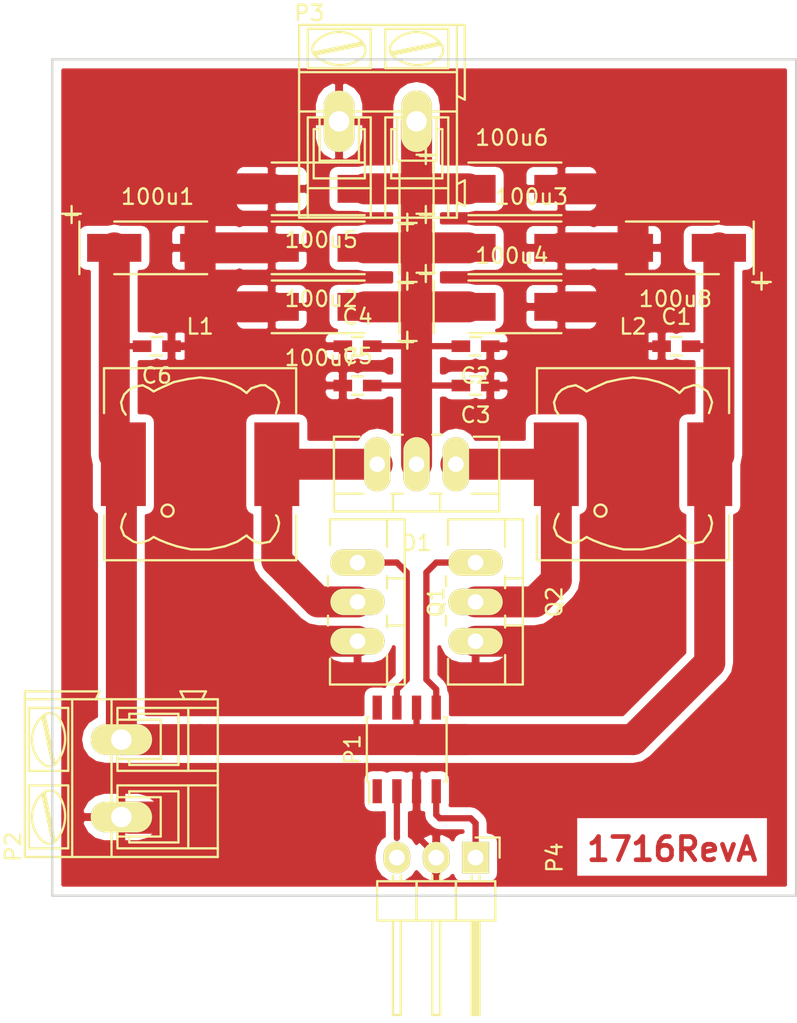
<source format=kicad_pcb>
(kicad_pcb (version 4) (host pcbnew 4.0.2-4+6225~38~ubuntu14.04.1-stable)

  (general
    (links 45)
    (no_connects 2)
    (area 229.924999 68.924999 278.075001 123.075001)
    (thickness 1.6)
    (drawings 5)
    (tracks 91)
    (zones 0)
    (modules 23)
    (nets 12)
  )

  (page A4)
  (layers
    (0 F.Cu signal)
    (31 B.Cu signal)
    (32 B.Adhes user)
    (33 F.Adhes user)
    (34 B.Paste user)
    (35 F.Paste user)
    (36 B.SilkS user)
    (37 F.SilkS user)
    (38 B.Mask user)
    (39 F.Mask user)
    (40 Dwgs.User user)
    (41 Cmts.User user)
    (42 Eco1.User user)
    (43 Eco2.User user)
    (44 Edge.Cuts user)
    (45 Margin user)
    (46 B.CrtYd user)
    (47 F.CrtYd user)
    (48 B.Fab user)
    (49 F.Fab user)
  )

  (setup
    (last_trace_width 0.4064)
    (user_trace_width 2)
    (trace_clearance 0.2)
    (zone_clearance 0.2)
    (zone_45_only no)
    (trace_min 0.2)
    (segment_width 0.2)
    (edge_width 0.15)
    (via_size 0.6)
    (via_drill 0.4)
    (via_min_size 0.4)
    (via_min_drill 0.3)
    (uvia_size 0.3)
    (uvia_drill 0.1)
    (uvias_allowed no)
    (uvia_min_size 0.2)
    (uvia_min_drill 0.1)
    (pcb_text_width 0.3)
    (pcb_text_size 1.5 1.5)
    (mod_edge_width 0.15)
    (mod_text_size 1 1)
    (mod_text_width 0.15)
    (pad_size 1.524 1.524)
    (pad_drill 0.762)
    (pad_to_mask_clearance 0.2)
    (aux_axis_origin 0 0)
    (visible_elements FFFFFF7F)
    (pcbplotparams
      (layerselection 0x00030_80000001)
      (usegerberextensions false)
      (excludeedgelayer true)
      (linewidth 0.100000)
      (plotframeref false)
      (viasonmask false)
      (mode 1)
      (useauxorigin false)
      (hpglpennumber 1)
      (hpglpenspeed 20)
      (hpglpendiameter 15)
      (hpglpenoverlay 2)
      (psnegative false)
      (psa4output false)
      (plotreference true)
      (plotvalue true)
      (plotinvisibletext false)
      (padsonsilk false)
      (subtractmaskfromsilk false)
      (outputformat 1)
      (mirror false)
      (drillshape 0)
      (scaleselection 1)
      (outputdirectory ""))
  )

  (net 0 "")
  (net 1 GND)
  (net 2 +24V)
  (net 3 "Net-(D1-Pad3)")
  (net 4 "Net-(D1-Pad1)")
  (net 5 "Net-(P1-Pad1)")
  (net 6 /INA)
  (net 7 /INB)
  (net 8 /OUTB)
  (net 9 +5V)
  (net 10 /OUTA)
  (net 11 "Net-(P1-Pad8)")

  (net_class Default "This is the default net class."
    (clearance 0.2)
    (trace_width 0.4064)
    (via_dia 0.6)
    (via_drill 0.4)
    (uvia_dia 0.3)
    (uvia_drill 0.1)
    (add_net +24V)
    (add_net +5V)
    (add_net /INA)
    (add_net /INB)
    (add_net /OUTA)
    (add_net /OUTB)
    (add_net GND)
    (add_net "Net-(D1-Pad1)")
    (add_net "Net-(D1-Pad3)")
    (add_net "Net-(P1-Pad1)")
    (add_net "Net-(P1-Pad8)")
  )

  (net_class power ""
    (clearance 0.2)
    (trace_width 2)
    (via_dia 0.6)
    (via_drill 0.4)
    (uvia_dia 0.3)
    (uvia_drill 0.1)
  )

  (module Capacitors_SMD:C_0603_HandSoldering placed (layer F.Cu) (tedit 541A9B4D) (tstamp 5720B8A6)
    (at 270.274 87.52)
    (descr "Capacitor SMD 0603, hand soldering")
    (tags "capacitor 0603")
    (path /5720E553)
    (attr smd)
    (fp_text reference C1 (at 0 -1.9) (layer F.SilkS)
      (effects (font (size 1 1) (thickness 0.15)))
    )
    (fp_text value 100n (at 0 1.9) (layer F.Fab)
      (effects (font (size 1 1) (thickness 0.15)))
    )
    (fp_line (start -1.85 -0.75) (end 1.85 -0.75) (layer F.CrtYd) (width 0.05))
    (fp_line (start -1.85 0.75) (end 1.85 0.75) (layer F.CrtYd) (width 0.05))
    (fp_line (start -1.85 -0.75) (end -1.85 0.75) (layer F.CrtYd) (width 0.05))
    (fp_line (start 1.85 -0.75) (end 1.85 0.75) (layer F.CrtYd) (width 0.05))
    (fp_line (start -0.35 -0.6) (end 0.35 -0.6) (layer F.SilkS) (width 0.15))
    (fp_line (start 0.35 0.6) (end -0.35 0.6) (layer F.SilkS) (width 0.15))
    (pad 1 smd rect (at -0.95 0) (size 1.2 0.75) (layers F.Cu F.Paste F.Mask)
      (net 1 GND))
    (pad 2 smd rect (at 0.95 0) (size 1.2 0.75) (layers F.Cu F.Paste F.Mask)
      (net 9 +5V))
    (model Capacitors_SMD.3dshapes/C_0603_HandSoldering.wrl
      (at (xyz 0 0 0))
      (scale (xyz 1 1 1))
      (rotate (xyz 0 0 0))
    )
  )

  (module Capacitors_SMD:C_0603_HandSoldering placed (layer F.Cu) (tedit 541A9B4D) (tstamp 5720B8AC)
    (at 257.32 87.52 180)
    (descr "Capacitor SMD 0603, hand soldering")
    (tags "capacitor 0603")
    (path /5720BEC6)
    (attr smd)
    (fp_text reference C2 (at 0 -1.9 180) (layer F.SilkS)
      (effects (font (size 1 1) (thickness 0.15)))
    )
    (fp_text value 100n (at 0 1.9 180) (layer F.Fab)
      (effects (font (size 1 1) (thickness 0.15)))
    )
    (fp_line (start -1.85 -0.75) (end 1.85 -0.75) (layer F.CrtYd) (width 0.05))
    (fp_line (start -1.85 0.75) (end 1.85 0.75) (layer F.CrtYd) (width 0.05))
    (fp_line (start -1.85 -0.75) (end -1.85 0.75) (layer F.CrtYd) (width 0.05))
    (fp_line (start 1.85 -0.75) (end 1.85 0.75) (layer F.CrtYd) (width 0.05))
    (fp_line (start -0.35 -0.6) (end 0.35 -0.6) (layer F.SilkS) (width 0.15))
    (fp_line (start 0.35 0.6) (end -0.35 0.6) (layer F.SilkS) (width 0.15))
    (pad 1 smd rect (at -0.95 0 180) (size 1.2 0.75) (layers F.Cu F.Paste F.Mask)
      (net 1 GND))
    (pad 2 smd rect (at 0.95 0 180) (size 1.2 0.75) (layers F.Cu F.Paste F.Mask)
      (net 2 +24V))
    (model Capacitors_SMD.3dshapes/C_0603_HandSoldering.wrl
      (at (xyz 0 0 0))
      (scale (xyz 1 1 1))
      (rotate (xyz 0 0 0))
    )
  )

  (module Capacitors_SMD:C_0603_HandSoldering placed (layer F.Cu) (tedit 541A9B4D) (tstamp 5720B8B2)
    (at 257.32 90.06 180)
    (descr "Capacitor SMD 0603, hand soldering")
    (tags "capacitor 0603")
    (path /5720BE31)
    (attr smd)
    (fp_text reference C3 (at 0 -1.9 180) (layer F.SilkS)
      (effects (font (size 1 1) (thickness 0.15)))
    )
    (fp_text value 100n (at 0 1.9 180) (layer F.Fab)
      (effects (font (size 1 1) (thickness 0.15)))
    )
    (fp_line (start -1.85 -0.75) (end 1.85 -0.75) (layer F.CrtYd) (width 0.05))
    (fp_line (start -1.85 0.75) (end 1.85 0.75) (layer F.CrtYd) (width 0.05))
    (fp_line (start -1.85 -0.75) (end -1.85 0.75) (layer F.CrtYd) (width 0.05))
    (fp_line (start 1.85 -0.75) (end 1.85 0.75) (layer F.CrtYd) (width 0.05))
    (fp_line (start -0.35 -0.6) (end 0.35 -0.6) (layer F.SilkS) (width 0.15))
    (fp_line (start 0.35 0.6) (end -0.35 0.6) (layer F.SilkS) (width 0.15))
    (pad 1 smd rect (at -0.95 0 180) (size 1.2 0.75) (layers F.Cu F.Paste F.Mask)
      (net 1 GND))
    (pad 2 smd rect (at 0.95 0 180) (size 1.2 0.75) (layers F.Cu F.Paste F.Mask)
      (net 2 +24V))
    (model Capacitors_SMD.3dshapes/C_0603_HandSoldering.wrl
      (at (xyz 0 0 0))
      (scale (xyz 1 1 1))
      (rotate (xyz 0 0 0))
    )
  )

  (module Capacitors_SMD:C_0603_HandSoldering placed (layer F.Cu) (tedit 541A9B4D) (tstamp 5720B8B8)
    (at 249.7 87.52)
    (descr "Capacitor SMD 0603, hand soldering")
    (tags "capacitor 0603")
    (path /5720C11A)
    (attr smd)
    (fp_text reference C4 (at 0 -1.9) (layer F.SilkS)
      (effects (font (size 1 1) (thickness 0.15)))
    )
    (fp_text value 100n (at 0 1.9) (layer F.Fab)
      (effects (font (size 1 1) (thickness 0.15)))
    )
    (fp_line (start -1.85 -0.75) (end 1.85 -0.75) (layer F.CrtYd) (width 0.05))
    (fp_line (start -1.85 0.75) (end 1.85 0.75) (layer F.CrtYd) (width 0.05))
    (fp_line (start -1.85 -0.75) (end -1.85 0.75) (layer F.CrtYd) (width 0.05))
    (fp_line (start 1.85 -0.75) (end 1.85 0.75) (layer F.CrtYd) (width 0.05))
    (fp_line (start -0.35 -0.6) (end 0.35 -0.6) (layer F.SilkS) (width 0.15))
    (fp_line (start 0.35 0.6) (end -0.35 0.6) (layer F.SilkS) (width 0.15))
    (pad 1 smd rect (at -0.95 0) (size 1.2 0.75) (layers F.Cu F.Paste F.Mask)
      (net 1 GND))
    (pad 2 smd rect (at 0.95 0) (size 1.2 0.75) (layers F.Cu F.Paste F.Mask)
      (net 2 +24V))
    (model Capacitors_SMD.3dshapes/C_0603_HandSoldering.wrl
      (at (xyz 0 0 0))
      (scale (xyz 1 1 1))
      (rotate (xyz 0 0 0))
    )
  )

  (module Capacitors_SMD:C_0603_HandSoldering placed (layer F.Cu) (tedit 541A9B4D) (tstamp 5720B8BE)
    (at 249.7 90.06)
    (descr "Capacitor SMD 0603, hand soldering")
    (tags "capacitor 0603")
    (path /5720C114)
    (attr smd)
    (fp_text reference C5 (at 0 -1.9) (layer F.SilkS)
      (effects (font (size 1 1) (thickness 0.15)))
    )
    (fp_text value 100n (at 0 1.9) (layer F.Fab)
      (effects (font (size 1 1) (thickness 0.15)))
    )
    (fp_line (start -1.85 -0.75) (end 1.85 -0.75) (layer F.CrtYd) (width 0.05))
    (fp_line (start -1.85 0.75) (end 1.85 0.75) (layer F.CrtYd) (width 0.05))
    (fp_line (start -1.85 -0.75) (end -1.85 0.75) (layer F.CrtYd) (width 0.05))
    (fp_line (start 1.85 -0.75) (end 1.85 0.75) (layer F.CrtYd) (width 0.05))
    (fp_line (start -0.35 -0.6) (end 0.35 -0.6) (layer F.SilkS) (width 0.15))
    (fp_line (start 0.35 0.6) (end -0.35 0.6) (layer F.SilkS) (width 0.15))
    (pad 1 smd rect (at -0.95 0) (size 1.2 0.75) (layers F.Cu F.Paste F.Mask)
      (net 1 GND))
    (pad 2 smd rect (at 0.95 0) (size 1.2 0.75) (layers F.Cu F.Paste F.Mask)
      (net 2 +24V))
    (model Capacitors_SMD.3dshapes/C_0603_HandSoldering.wrl
      (at (xyz 0 0 0))
      (scale (xyz 1 1 1))
      (rotate (xyz 0 0 0))
    )
  )

  (module Capacitors_SMD:C_0603_HandSoldering placed (layer F.Cu) (tedit 541A9B4D) (tstamp 5720B8C4)
    (at 236.746 87.52 180)
    (descr "Capacitor SMD 0603, hand soldering")
    (tags "capacitor 0603")
    (path /5720F0B1)
    (attr smd)
    (fp_text reference C6 (at 0 -1.9 180) (layer F.SilkS)
      (effects (font (size 1 1) (thickness 0.15)))
    )
    (fp_text value 100n (at 0 1.9 180) (layer F.Fab)
      (effects (font (size 1 1) (thickness 0.15)))
    )
    (fp_line (start -1.85 -0.75) (end 1.85 -0.75) (layer F.CrtYd) (width 0.05))
    (fp_line (start -1.85 0.75) (end 1.85 0.75) (layer F.CrtYd) (width 0.05))
    (fp_line (start -1.85 -0.75) (end -1.85 0.75) (layer F.CrtYd) (width 0.05))
    (fp_line (start 1.85 -0.75) (end 1.85 0.75) (layer F.CrtYd) (width 0.05))
    (fp_line (start -0.35 -0.6) (end 0.35 -0.6) (layer F.SilkS) (width 0.15))
    (fp_line (start 0.35 0.6) (end -0.35 0.6) (layer F.SilkS) (width 0.15))
    (pad 1 smd rect (at -0.95 0 180) (size 1.2 0.75) (layers F.Cu F.Paste F.Mask)
      (net 1 GND))
    (pad 2 smd rect (at 0.95 0 180) (size 1.2 0.75) (layers F.Cu F.Paste F.Mask)
      (net 9 +5V))
    (model Capacitors_SMD.3dshapes/C_0603_HandSoldering.wrl
      (at (xyz 0 0 0))
      (scale (xyz 1 1 1))
      (rotate (xyz 0 0 0))
    )
  )

  (module Housings_SOIC:SOIC-8_3.9x4.9mm_Pitch1.27mm placed (layer F.Cu) (tedit 54130A77) (tstamp 5720B8E3)
    (at 252.875 113.555 90)
    (descr "8-Lead Plastic Small Outline (SN) - Narrow, 3.90 mm Body [SOIC] (see Microchip Packaging Specification 00000049BS.pdf)")
    (tags "SOIC 1.27")
    (path /57210E4F)
    (attr smd)
    (fp_text reference P1 (at 0 -3.5 90) (layer F.SilkS)
      (effects (font (size 1 1) (thickness 0.15)))
    )
    (fp_text value DIL8 (at 0 3.5 90) (layer F.Fab)
      (effects (font (size 1 1) (thickness 0.15)))
    )
    (fp_line (start -3.75 -2.75) (end -3.75 2.75) (layer F.CrtYd) (width 0.05))
    (fp_line (start 3.75 -2.75) (end 3.75 2.75) (layer F.CrtYd) (width 0.05))
    (fp_line (start -3.75 -2.75) (end 3.75 -2.75) (layer F.CrtYd) (width 0.05))
    (fp_line (start -3.75 2.75) (end 3.75 2.75) (layer F.CrtYd) (width 0.05))
    (fp_line (start -2.075 -2.575) (end -2.075 -2.43) (layer F.SilkS) (width 0.15))
    (fp_line (start 2.075 -2.575) (end 2.075 -2.43) (layer F.SilkS) (width 0.15))
    (fp_line (start 2.075 2.575) (end 2.075 2.43) (layer F.SilkS) (width 0.15))
    (fp_line (start -2.075 2.575) (end -2.075 2.43) (layer F.SilkS) (width 0.15))
    (fp_line (start -2.075 -2.575) (end 2.075 -2.575) (layer F.SilkS) (width 0.15))
    (fp_line (start -2.075 2.575) (end 2.075 2.575) (layer F.SilkS) (width 0.15))
    (fp_line (start -2.075 -2.43) (end -3.475 -2.43) (layer F.SilkS) (width 0.15))
    (pad 1 smd rect (at -2.7 -1.905 90) (size 1.55 0.6) (layers F.Cu F.Paste F.Mask)
      (net 5 "Net-(P1-Pad1)"))
    (pad 2 smd rect (at -2.7 -0.635 90) (size 1.55 0.6) (layers F.Cu F.Paste F.Mask)
      (net 6 /INA))
    (pad 3 smd rect (at -2.7 0.635 90) (size 1.55 0.6) (layers F.Cu F.Paste F.Mask)
      (net 1 GND))
    (pad 4 smd rect (at -2.7 1.905 90) (size 1.55 0.6) (layers F.Cu F.Paste F.Mask)
      (net 7 /INB))
    (pad 5 smd rect (at 2.7 1.905 90) (size 1.55 0.6) (layers F.Cu F.Paste F.Mask)
      (net 8 /OUTB))
    (pad 6 smd rect (at 2.7 0.635 90) (size 1.55 0.6) (layers F.Cu F.Paste F.Mask)
      (net 9 +5V))
    (pad 7 smd rect (at 2.7 -0.635 90) (size 1.55 0.6) (layers F.Cu F.Paste F.Mask)
      (net 10 /OUTA))
    (pad 8 smd rect (at 2.7 -1.905 90) (size 1.55 0.6) (layers F.Cu F.Paste F.Mask)
      (net 11 "Net-(P1-Pad8)"))
    (model Housings_SOIC.3dshapes/SOIC-8_3.9x4.9mm_Pitch1.27mm.wrl
      (at (xyz 0 0 0))
      (scale (xyz 1 1 1))
      (rotate (xyz 0 0 0))
    )
  )

  (module Choke_SMD:Choke_SMD_12x12mm_h8mm placed (layer F.Cu) (tedit 556FDBC5) (tstamp 5720BBCE)
    (at 239.54 95.14)
    (descr "Choke, SMD, 12x12mm 8mm height")
    (tags "Choke, SMD")
    (path /5720B460)
    (attr smd)
    (fp_text reference L1 (at 0 -8.89) (layer F.SilkS)
      (effects (font (size 1 1) (thickness 0.15)))
    )
    (fp_text value INDUCTOR (at 0 8.89) (layer F.Fab)
      (effects (font (size 1 1) (thickness 0.15)))
    )
    (fp_line (start -6.858 -6.604) (end 6.858 -6.604) (layer F.CrtYd) (width 0.05))
    (fp_line (start 6.858 -6.604) (end 6.858 6.604) (layer F.CrtYd) (width 0.05))
    (fp_line (start 6.858 6.604) (end -6.858 6.604) (layer F.CrtYd) (width 0.05))
    (fp_line (start -6.858 6.604) (end -6.858 -6.604) (layer F.CrtYd) (width 0.05))
    (fp_circle (center 0 0) (end 0.89916 0) (layer F.Adhes) (width 0.381))
    (fp_circle (center 0 0) (end 0.55118 0) (layer F.Adhes) (width 0.381))
    (fp_circle (center 0 0) (end 0.14986 0.14986) (layer F.Adhes) (width 0.381))
    (fp_circle (center -2.10058 2.99974) (end -1.80086 3.2512) (layer F.SilkS) (width 0.15))
    (fp_line (start 4.89966 3.29946) (end 5.00126 3.40106) (layer F.SilkS) (width 0.15))
    (fp_line (start 5.00126 3.40106) (end 5.10032 3.79984) (layer F.SilkS) (width 0.15))
    (fp_line (start 5.10032 3.79984) (end 5.00126 4.30022) (layer F.SilkS) (width 0.15))
    (fp_line (start 5.00126 4.30022) (end 4.8006 4.59994) (layer F.SilkS) (width 0.15))
    (fp_line (start 4.8006 4.59994) (end 4.50088 5.00126) (layer F.SilkS) (width 0.15))
    (fp_line (start 4.50088 5.00126) (end 4.0005 5.10032) (layer F.SilkS) (width 0.15))
    (fp_line (start 4.0005 5.10032) (end 3.50012 5.00126) (layer F.SilkS) (width 0.15))
    (fp_line (start 3.50012 5.00126) (end 3.0988 4.699) (layer F.SilkS) (width 0.15))
    (fp_line (start 3.0988 4.699) (end 2.99974 4.59994) (layer F.SilkS) (width 0.15))
    (fp_line (start 2.99974 4.59994) (end 2.4003 5.00126) (layer F.SilkS) (width 0.15))
    (fp_line (start 2.4003 5.00126) (end 1.6002 5.30098) (layer F.SilkS) (width 0.15))
    (fp_line (start 1.6002 5.30098) (end 0.59944 5.4991) (layer F.SilkS) (width 0.15))
    (fp_line (start 0.59944 5.4991) (end -0.59944 5.4991) (layer F.SilkS) (width 0.15))
    (fp_line (start -0.59944 5.4991) (end -1.50114 5.30098) (layer F.SilkS) (width 0.15))
    (fp_line (start -1.50114 5.30098) (end -2.10058 5.10032) (layer F.SilkS) (width 0.15))
    (fp_line (start -2.10058 5.10032) (end -2.60096 4.89966) (layer F.SilkS) (width 0.15))
    (fp_line (start -2.60096 4.89966) (end -2.99974 4.699) (layer F.SilkS) (width 0.15))
    (fp_line (start -2.99974 4.699) (end -3.29946 4.89966) (layer F.SilkS) (width 0.15))
    (fp_line (start -3.29946 4.89966) (end -3.8989 5.10032) (layer F.SilkS) (width 0.15))
    (fp_line (start -3.8989 5.10032) (end -4.30022 5.00126) (layer F.SilkS) (width 0.15))
    (fp_line (start -4.30022 5.00126) (end -4.59994 4.8006) (layer F.SilkS) (width 0.15))
    (fp_line (start -4.59994 4.8006) (end -4.89966 4.59994) (layer F.SilkS) (width 0.15))
    (fp_line (start -4.89966 4.59994) (end -5.10032 4.09956) (layer F.SilkS) (width 0.15))
    (fp_line (start -5.10032 4.09956) (end -5.00126 3.59918) (layer F.SilkS) (width 0.15))
    (fp_line (start -5.00126 3.59918) (end -4.8006 3.2004) (layer F.SilkS) (width 0.15))
    (fp_line (start 4.89966 -3.29946) (end 5.00126 -3.59918) (layer F.SilkS) (width 0.15))
    (fp_line (start 5.00126 -3.59918) (end 5.10032 -4.0005) (layer F.SilkS) (width 0.15))
    (fp_line (start 5.10032 -4.0005) (end 5.00126 -4.30022) (layer F.SilkS) (width 0.15))
    (fp_line (start 5.00126 -4.30022) (end 4.8006 -4.699) (layer F.SilkS) (width 0.15))
    (fp_line (start 4.8006 -4.699) (end 4.50088 -4.89966) (layer F.SilkS) (width 0.15))
    (fp_line (start 4.50088 -4.89966) (end 4.20116 -5.10032) (layer F.SilkS) (width 0.15))
    (fp_line (start 4.20116 -5.10032) (end 3.8989 -5.10032) (layer F.SilkS) (width 0.15))
    (fp_line (start 3.8989 -5.10032) (end 3.59918 -5.00126) (layer F.SilkS) (width 0.15))
    (fp_line (start 3.59918 -5.00126) (end 3.29946 -4.89966) (layer F.SilkS) (width 0.15))
    (fp_line (start 3.29946 -4.89966) (end 2.99974 -4.59994) (layer F.SilkS) (width 0.15))
    (fp_line (start 2.99974 -4.59994) (end 2.60096 -4.89966) (layer F.SilkS) (width 0.15))
    (fp_line (start 2.60096 -4.89966) (end 2.19964 -5.10032) (layer F.SilkS) (width 0.15))
    (fp_line (start 2.19964 -5.10032) (end 1.69926 -5.30098) (layer F.SilkS) (width 0.15))
    (fp_line (start 1.69926 -5.30098) (end 0.89916 -5.4991) (layer F.SilkS) (width 0.15))
    (fp_line (start 0.89916 -5.4991) (end 0 -5.6007) (layer F.SilkS) (width 0.15))
    (fp_line (start 0 -5.6007) (end -0.8001 -5.4991) (layer F.SilkS) (width 0.15))
    (fp_line (start -0.8001 -5.4991) (end -1.69926 -5.30098) (layer F.SilkS) (width 0.15))
    (fp_line (start -1.69926 -5.30098) (end -2.60096 -4.89966) (layer F.SilkS) (width 0.15))
    (fp_line (start -2.60096 -4.89966) (end -2.99974 -4.699) (layer F.SilkS) (width 0.15))
    (fp_line (start -2.99974 -4.699) (end -3.29946 -4.89966) (layer F.SilkS) (width 0.15))
    (fp_line (start -3.29946 -4.89966) (end -3.70078 -5.10032) (layer F.SilkS) (width 0.15))
    (fp_line (start -3.70078 -5.10032) (end -4.20116 -5.00126) (layer F.SilkS) (width 0.15))
    (fp_line (start -4.20116 -5.00126) (end -4.59994 -4.8006) (layer F.SilkS) (width 0.15))
    (fp_line (start -4.59994 -4.8006) (end -4.89966 -4.50088) (layer F.SilkS) (width 0.15))
    (fp_line (start -4.89966 -4.50088) (end -5.10032 -4.0005) (layer F.SilkS) (width 0.15))
    (fp_line (start -5.10032 -4.0005) (end -5.00126 -3.50012) (layer F.SilkS) (width 0.15))
    (fp_line (start -5.00126 -3.50012) (end -4.8006 -3.2004) (layer F.SilkS) (width 0.15))
    (fp_line (start -6.20014 3.29946) (end -6.20014 6.20014) (layer F.SilkS) (width 0.15))
    (fp_line (start -6.20014 6.20014) (end 6.20014 6.20014) (layer F.SilkS) (width 0.15))
    (fp_line (start 6.20014 6.20014) (end 6.20014 3.29946) (layer F.SilkS) (width 0.15))
    (fp_line (start 6.20014 -6.20014) (end -6.20014 -6.20014) (layer F.SilkS) (width 0.15))
    (fp_line (start -6.20014 -6.20014) (end -6.20014 -3.29946) (layer F.SilkS) (width 0.15))
    (fp_line (start 6.20014 -6.20014) (end 6.20014 -3.29946) (layer F.SilkS) (width 0.15))
    (pad 1 smd rect (at -4.95046 0) (size 2.90068 5.40004) (layers F.Cu F.Paste F.Mask)
      (net 9 +5V))
    (pad 2 smd rect (at 4.95046 0) (size 2.90068 5.40004) (layers F.Cu F.Paste F.Mask)
      (net 3 "Net-(D1-Pad3)"))
    (model Choke_SMD.3dshapes/Choke_SMD_12x12mm_h8mm.wrl
      (at (xyz 0 0 0))
      (scale (xyz 4 4 4))
      (rotate (xyz 0 0 0))
    )
  )

  (module Choke_SMD:Choke_SMD_12x12mm_h8mm placed (layer F.Cu) (tedit 556FDBC5) (tstamp 5720BBD3)
    (at 267.48 95.14)
    (descr "Choke, SMD, 12x12mm 8mm height")
    (tags "Choke, SMD")
    (path /5720B4F5)
    (attr smd)
    (fp_text reference L2 (at 0 -8.89) (layer F.SilkS)
      (effects (font (size 1 1) (thickness 0.15)))
    )
    (fp_text value INDUCTOR (at 0 8.89) (layer F.Fab)
      (effects (font (size 1 1) (thickness 0.15)))
    )
    (fp_line (start -6.858 -6.604) (end 6.858 -6.604) (layer F.CrtYd) (width 0.05))
    (fp_line (start 6.858 -6.604) (end 6.858 6.604) (layer F.CrtYd) (width 0.05))
    (fp_line (start 6.858 6.604) (end -6.858 6.604) (layer F.CrtYd) (width 0.05))
    (fp_line (start -6.858 6.604) (end -6.858 -6.604) (layer F.CrtYd) (width 0.05))
    (fp_circle (center 0 0) (end 0.89916 0) (layer F.Adhes) (width 0.381))
    (fp_circle (center 0 0) (end 0.55118 0) (layer F.Adhes) (width 0.381))
    (fp_circle (center 0 0) (end 0.14986 0.14986) (layer F.Adhes) (width 0.381))
    (fp_circle (center -2.10058 2.99974) (end -1.80086 3.2512) (layer F.SilkS) (width 0.15))
    (fp_line (start 4.89966 3.29946) (end 5.00126 3.40106) (layer F.SilkS) (width 0.15))
    (fp_line (start 5.00126 3.40106) (end 5.10032 3.79984) (layer F.SilkS) (width 0.15))
    (fp_line (start 5.10032 3.79984) (end 5.00126 4.30022) (layer F.SilkS) (width 0.15))
    (fp_line (start 5.00126 4.30022) (end 4.8006 4.59994) (layer F.SilkS) (width 0.15))
    (fp_line (start 4.8006 4.59994) (end 4.50088 5.00126) (layer F.SilkS) (width 0.15))
    (fp_line (start 4.50088 5.00126) (end 4.0005 5.10032) (layer F.SilkS) (width 0.15))
    (fp_line (start 4.0005 5.10032) (end 3.50012 5.00126) (layer F.SilkS) (width 0.15))
    (fp_line (start 3.50012 5.00126) (end 3.0988 4.699) (layer F.SilkS) (width 0.15))
    (fp_line (start 3.0988 4.699) (end 2.99974 4.59994) (layer F.SilkS) (width 0.15))
    (fp_line (start 2.99974 4.59994) (end 2.4003 5.00126) (layer F.SilkS) (width 0.15))
    (fp_line (start 2.4003 5.00126) (end 1.6002 5.30098) (layer F.SilkS) (width 0.15))
    (fp_line (start 1.6002 5.30098) (end 0.59944 5.4991) (layer F.SilkS) (width 0.15))
    (fp_line (start 0.59944 5.4991) (end -0.59944 5.4991) (layer F.SilkS) (width 0.15))
    (fp_line (start -0.59944 5.4991) (end -1.50114 5.30098) (layer F.SilkS) (width 0.15))
    (fp_line (start -1.50114 5.30098) (end -2.10058 5.10032) (layer F.SilkS) (width 0.15))
    (fp_line (start -2.10058 5.10032) (end -2.60096 4.89966) (layer F.SilkS) (width 0.15))
    (fp_line (start -2.60096 4.89966) (end -2.99974 4.699) (layer F.SilkS) (width 0.15))
    (fp_line (start -2.99974 4.699) (end -3.29946 4.89966) (layer F.SilkS) (width 0.15))
    (fp_line (start -3.29946 4.89966) (end -3.8989 5.10032) (layer F.SilkS) (width 0.15))
    (fp_line (start -3.8989 5.10032) (end -4.30022 5.00126) (layer F.SilkS) (width 0.15))
    (fp_line (start -4.30022 5.00126) (end -4.59994 4.8006) (layer F.SilkS) (width 0.15))
    (fp_line (start -4.59994 4.8006) (end -4.89966 4.59994) (layer F.SilkS) (width 0.15))
    (fp_line (start -4.89966 4.59994) (end -5.10032 4.09956) (layer F.SilkS) (width 0.15))
    (fp_line (start -5.10032 4.09956) (end -5.00126 3.59918) (layer F.SilkS) (width 0.15))
    (fp_line (start -5.00126 3.59918) (end -4.8006 3.2004) (layer F.SilkS) (width 0.15))
    (fp_line (start 4.89966 -3.29946) (end 5.00126 -3.59918) (layer F.SilkS) (width 0.15))
    (fp_line (start 5.00126 -3.59918) (end 5.10032 -4.0005) (layer F.SilkS) (width 0.15))
    (fp_line (start 5.10032 -4.0005) (end 5.00126 -4.30022) (layer F.SilkS) (width 0.15))
    (fp_line (start 5.00126 -4.30022) (end 4.8006 -4.699) (layer F.SilkS) (width 0.15))
    (fp_line (start 4.8006 -4.699) (end 4.50088 -4.89966) (layer F.SilkS) (width 0.15))
    (fp_line (start 4.50088 -4.89966) (end 4.20116 -5.10032) (layer F.SilkS) (width 0.15))
    (fp_line (start 4.20116 -5.10032) (end 3.8989 -5.10032) (layer F.SilkS) (width 0.15))
    (fp_line (start 3.8989 -5.10032) (end 3.59918 -5.00126) (layer F.SilkS) (width 0.15))
    (fp_line (start 3.59918 -5.00126) (end 3.29946 -4.89966) (layer F.SilkS) (width 0.15))
    (fp_line (start 3.29946 -4.89966) (end 2.99974 -4.59994) (layer F.SilkS) (width 0.15))
    (fp_line (start 2.99974 -4.59994) (end 2.60096 -4.89966) (layer F.SilkS) (width 0.15))
    (fp_line (start 2.60096 -4.89966) (end 2.19964 -5.10032) (layer F.SilkS) (width 0.15))
    (fp_line (start 2.19964 -5.10032) (end 1.69926 -5.30098) (layer F.SilkS) (width 0.15))
    (fp_line (start 1.69926 -5.30098) (end 0.89916 -5.4991) (layer F.SilkS) (width 0.15))
    (fp_line (start 0.89916 -5.4991) (end 0 -5.6007) (layer F.SilkS) (width 0.15))
    (fp_line (start 0 -5.6007) (end -0.8001 -5.4991) (layer F.SilkS) (width 0.15))
    (fp_line (start -0.8001 -5.4991) (end -1.69926 -5.30098) (layer F.SilkS) (width 0.15))
    (fp_line (start -1.69926 -5.30098) (end -2.60096 -4.89966) (layer F.SilkS) (width 0.15))
    (fp_line (start -2.60096 -4.89966) (end -2.99974 -4.699) (layer F.SilkS) (width 0.15))
    (fp_line (start -2.99974 -4.699) (end -3.29946 -4.89966) (layer F.SilkS) (width 0.15))
    (fp_line (start -3.29946 -4.89966) (end -3.70078 -5.10032) (layer F.SilkS) (width 0.15))
    (fp_line (start -3.70078 -5.10032) (end -4.20116 -5.00126) (layer F.SilkS) (width 0.15))
    (fp_line (start -4.20116 -5.00126) (end -4.59994 -4.8006) (layer F.SilkS) (width 0.15))
    (fp_line (start -4.59994 -4.8006) (end -4.89966 -4.50088) (layer F.SilkS) (width 0.15))
    (fp_line (start -4.89966 -4.50088) (end -5.10032 -4.0005) (layer F.SilkS) (width 0.15))
    (fp_line (start -5.10032 -4.0005) (end -5.00126 -3.50012) (layer F.SilkS) (width 0.15))
    (fp_line (start -5.00126 -3.50012) (end -4.8006 -3.2004) (layer F.SilkS) (width 0.15))
    (fp_line (start -6.20014 3.29946) (end -6.20014 6.20014) (layer F.SilkS) (width 0.15))
    (fp_line (start -6.20014 6.20014) (end 6.20014 6.20014) (layer F.SilkS) (width 0.15))
    (fp_line (start 6.20014 6.20014) (end 6.20014 3.29946) (layer F.SilkS) (width 0.15))
    (fp_line (start 6.20014 -6.20014) (end -6.20014 -6.20014) (layer F.SilkS) (width 0.15))
    (fp_line (start -6.20014 -6.20014) (end -6.20014 -3.29946) (layer F.SilkS) (width 0.15))
    (fp_line (start 6.20014 -6.20014) (end 6.20014 -3.29946) (layer F.SilkS) (width 0.15))
    (pad 1 smd rect (at -4.95046 0) (size 2.90068 5.40004) (layers F.Cu F.Paste F.Mask)
      (net 4 "Net-(D1-Pad1)"))
    (pad 2 smd rect (at 4.95046 0) (size 2.90068 5.40004) (layers F.Cu F.Paste F.Mask)
      (net 9 +5V))
    (model Choke_SMD.3dshapes/Choke_SMD_12x12mm_h8mm.wrl
      (at (xyz 0 0 0))
      (scale (xyz 4 4 4))
      (rotate (xyz 0 0 0))
    )
  )

  (module TO_SOT_Packages_THT:TO-220_Neutral123_Vertical_LargePads (layer F.Cu) (tedit 0) (tstamp 5720C135)
    (at 249.7 104.03 270)
    (descr "TO-220, Neutral, Vertical, Large Pads,")
    (tags "TO-220, Neutral, Vertical, Large Pads,")
    (path /5720B681)
    (fp_text reference Q1 (at 0 -5.08 270) (layer F.SilkS)
      (effects (font (size 1 1) (thickness 0.15)))
    )
    (fp_text value IRLZ44N (at 0 3.81 270) (layer F.Fab)
      (effects (font (size 1 1) (thickness 0.15)))
    )
    (fp_line (start 5.334 -1.905) (end 3.429 -1.905) (layer F.SilkS) (width 0.15))
    (fp_line (start 0.889 -1.905) (end 1.651 -1.905) (layer F.SilkS) (width 0.15))
    (fp_line (start -1.524 -1.905) (end -1.651 -1.905) (layer F.SilkS) (width 0.15))
    (fp_line (start -1.524 -1.905) (end -0.889 -1.905) (layer F.SilkS) (width 0.15))
    (fp_line (start -5.334 -1.905) (end -3.556 -1.905) (layer F.SilkS) (width 0.15))
    (fp_line (start -5.334 1.778) (end -3.683 1.778) (layer F.SilkS) (width 0.15))
    (fp_line (start -1.016 1.905) (end -1.651 1.905) (layer F.SilkS) (width 0.15))
    (fp_line (start 1.524 1.905) (end 0.889 1.905) (layer F.SilkS) (width 0.15))
    (fp_line (start 5.334 1.778) (end 3.683 1.778) (layer F.SilkS) (width 0.15))
    (fp_line (start -1.524 -3.048) (end -1.524 -1.905) (layer F.SilkS) (width 0.15))
    (fp_line (start 1.524 -3.048) (end 1.524 -1.905) (layer F.SilkS) (width 0.15))
    (fp_line (start 5.334 -1.905) (end 5.334 1.778) (layer F.SilkS) (width 0.15))
    (fp_line (start -5.334 1.778) (end -5.334 -1.905) (layer F.SilkS) (width 0.15))
    (fp_line (start 5.334 -3.048) (end 5.334 -1.905) (layer F.SilkS) (width 0.15))
    (fp_line (start -5.334 -1.905) (end -5.334 -3.048) (layer F.SilkS) (width 0.15))
    (fp_line (start 0 -3.048) (end -5.334 -3.048) (layer F.SilkS) (width 0.15))
    (fp_line (start 0 -3.048) (end 5.334 -3.048) (layer F.SilkS) (width 0.15))
    (pad 2 thru_hole oval (at 0 0) (size 3.50012 1.69926) (drill 1.00076) (layers *.Cu *.Mask F.SilkS)
      (net 3 "Net-(D1-Pad3)"))
    (pad 1 thru_hole oval (at -2.54 0) (size 3.50012 1.69926) (drill 1.00076) (layers *.Cu *.Mask F.SilkS)
      (net 10 /OUTA))
    (pad 3 thru_hole oval (at 2.54 0) (size 3.50012 1.69926) (drill 1.00076) (layers *.Cu *.Mask F.SilkS)
      (net 1 GND))
    (model TO_SOT_Packages_THT.3dshapes/TO-220_Neutral123_Vertical_LargePads.wrl
      (at (xyz 0 0 0))
      (scale (xyz 0.3937 0.3937 0.3937))
      (rotate (xyz 0 0 0))
    )
  )

  (module TO_SOT_Packages_THT:TO-220_Neutral123_Vertical_LargePads (layer F.Cu) (tedit 0) (tstamp 5720C13B)
    (at 257.32 104.03 270)
    (descr "TO-220, Neutral, Vertical, Large Pads,")
    (tags "TO-220, Neutral, Vertical, Large Pads,")
    (path /5720F096)
    (fp_text reference Q2 (at 0 -5.08 270) (layer F.SilkS)
      (effects (font (size 1 1) (thickness 0.15)))
    )
    (fp_text value IRLZ44N (at 0 3.81 270) (layer F.Fab)
      (effects (font (size 1 1) (thickness 0.15)))
    )
    (fp_line (start 5.334 -1.905) (end 3.429 -1.905) (layer F.SilkS) (width 0.15))
    (fp_line (start 0.889 -1.905) (end 1.651 -1.905) (layer F.SilkS) (width 0.15))
    (fp_line (start -1.524 -1.905) (end -1.651 -1.905) (layer F.SilkS) (width 0.15))
    (fp_line (start -1.524 -1.905) (end -0.889 -1.905) (layer F.SilkS) (width 0.15))
    (fp_line (start -5.334 -1.905) (end -3.556 -1.905) (layer F.SilkS) (width 0.15))
    (fp_line (start -5.334 1.778) (end -3.683 1.778) (layer F.SilkS) (width 0.15))
    (fp_line (start -1.016 1.905) (end -1.651 1.905) (layer F.SilkS) (width 0.15))
    (fp_line (start 1.524 1.905) (end 0.889 1.905) (layer F.SilkS) (width 0.15))
    (fp_line (start 5.334 1.778) (end 3.683 1.778) (layer F.SilkS) (width 0.15))
    (fp_line (start -1.524 -3.048) (end -1.524 -1.905) (layer F.SilkS) (width 0.15))
    (fp_line (start 1.524 -3.048) (end 1.524 -1.905) (layer F.SilkS) (width 0.15))
    (fp_line (start 5.334 -1.905) (end 5.334 1.778) (layer F.SilkS) (width 0.15))
    (fp_line (start -5.334 1.778) (end -5.334 -1.905) (layer F.SilkS) (width 0.15))
    (fp_line (start 5.334 -3.048) (end 5.334 -1.905) (layer F.SilkS) (width 0.15))
    (fp_line (start -5.334 -1.905) (end -5.334 -3.048) (layer F.SilkS) (width 0.15))
    (fp_line (start 0 -3.048) (end -5.334 -3.048) (layer F.SilkS) (width 0.15))
    (fp_line (start 0 -3.048) (end 5.334 -3.048) (layer F.SilkS) (width 0.15))
    (pad 2 thru_hole oval (at 0 0) (size 3.50012 1.69926) (drill 1.00076) (layers *.Cu *.Mask F.SilkS)
      (net 4 "Net-(D1-Pad1)"))
    (pad 1 thru_hole oval (at -2.54 0) (size 3.50012 1.69926) (drill 1.00076) (layers *.Cu *.Mask F.SilkS)
      (net 8 /OUTB))
    (pad 3 thru_hole oval (at 2.54 0) (size 3.50012 1.69926) (drill 1.00076) (layers *.Cu *.Mask F.SilkS)
      (net 1 GND))
    (model TO_SOT_Packages_THT.3dshapes/TO-220_Neutral123_Vertical_LargePads.wrl
      (at (xyz 0 0 0))
      (scale (xyz 0.3937 0.3937 0.3937))
      (rotate (xyz 0 0 0))
    )
  )

  (module TO_SOT_Packages_THT:TO-220_Neutral123_Vertical_LargePads (layer F.Cu) (tedit 0) (tstamp 5720C1BA)
    (at 253.51 95.14 180)
    (descr "TO-220, Neutral, Vertical, Large Pads,")
    (tags "TO-220, Neutral, Vertical, Large Pads,")
    (path /5720B2A3)
    (fp_text reference D1 (at 0 -5.08 180) (layer F.SilkS)
      (effects (font (size 1 1) (thickness 0.15)))
    )
    (fp_text value D_Schottky_x2_KCom_AKA (at 0 3.81 180) (layer F.Fab)
      (effects (font (size 1 1) (thickness 0.15)))
    )
    (fp_line (start 5.334 -1.905) (end 3.429 -1.905) (layer F.SilkS) (width 0.15))
    (fp_line (start 0.889 -1.905) (end 1.651 -1.905) (layer F.SilkS) (width 0.15))
    (fp_line (start -1.524 -1.905) (end -1.651 -1.905) (layer F.SilkS) (width 0.15))
    (fp_line (start -1.524 -1.905) (end -0.889 -1.905) (layer F.SilkS) (width 0.15))
    (fp_line (start -5.334 -1.905) (end -3.556 -1.905) (layer F.SilkS) (width 0.15))
    (fp_line (start -5.334 1.778) (end -3.683 1.778) (layer F.SilkS) (width 0.15))
    (fp_line (start -1.016 1.905) (end -1.651 1.905) (layer F.SilkS) (width 0.15))
    (fp_line (start 1.524 1.905) (end 0.889 1.905) (layer F.SilkS) (width 0.15))
    (fp_line (start 5.334 1.778) (end 3.683 1.778) (layer F.SilkS) (width 0.15))
    (fp_line (start -1.524 -3.048) (end -1.524 -1.905) (layer F.SilkS) (width 0.15))
    (fp_line (start 1.524 -3.048) (end 1.524 -1.905) (layer F.SilkS) (width 0.15))
    (fp_line (start 5.334 -1.905) (end 5.334 1.778) (layer F.SilkS) (width 0.15))
    (fp_line (start -5.334 1.778) (end -5.334 -1.905) (layer F.SilkS) (width 0.15))
    (fp_line (start 5.334 -3.048) (end 5.334 -1.905) (layer F.SilkS) (width 0.15))
    (fp_line (start -5.334 -1.905) (end -5.334 -3.048) (layer F.SilkS) (width 0.15))
    (fp_line (start 0 -3.048) (end -5.334 -3.048) (layer F.SilkS) (width 0.15))
    (fp_line (start 0 -3.048) (end 5.334 -3.048) (layer F.SilkS) (width 0.15))
    (pad 2 thru_hole oval (at 0 0 270) (size 3.50012 1.69926) (drill 1.00076) (layers *.Cu *.Mask F.SilkS)
      (net 2 +24V))
    (pad 1 thru_hole oval (at -2.54 0 270) (size 3.50012 1.69926) (drill 1.00076) (layers *.Cu *.Mask F.SilkS)
      (net 4 "Net-(D1-Pad1)"))
    (pad 3 thru_hole oval (at 2.54 0 270) (size 3.50012 1.69926) (drill 1.00076) (layers *.Cu *.Mask F.SilkS)
      (net 3 "Net-(D1-Pad3)"))
    (model TO_SOT_Packages_THT.3dshapes/TO-220_Neutral123_Vertical_LargePads.wrl
      (at (xyz 0 0 0))
      (scale (xyz 0.3937 0.3937 0.3937))
      (rotate (xyz 0 0 0))
    )
  )

  (module Capacitors_Tantalum_SMD:TantalC_SizeC_EIA-6032_HandSoldering (layer F.Cu) (tedit 0) (tstamp 5720C291)
    (at 237 81.17)
    (descr "Tantal Cap. , Size C, EIA-6032, Hand Soldering,")
    (tags "Tantal Cap. , Size C, EIA-6032, Hand Soldering,")
    (path /5720E54D)
    (attr smd)
    (fp_text reference 100u1 (at -0.20066 -3.29946) (layer F.SilkS)
      (effects (font (size 1 1) (thickness 0.15)))
    )
    (fp_text value CP (at -0.09906 3.59918) (layer F.Fab)
      (effects (font (size 1 1) (thickness 0.15)))
    )
    (fp_line (start -5.25018 -1.69926) (end -5.25018 1.69926) (layer F.SilkS) (width 0.15))
    (fp_line (start 2.99974 1.69926) (end -2.99974 1.69926) (layer F.SilkS) (width 0.15))
    (fp_line (start 2.99974 -1.69926) (end -2.99974 -1.69926) (layer F.SilkS) (width 0.15))
    (fp_text user + (at -5.75056 -2.19964) (layer F.SilkS)
      (effects (font (size 1 1) (thickness 0.15)))
    )
    (fp_line (start -5.7531 -2.70256) (end -5.7531 -1.60274) (layer F.SilkS) (width 0.15))
    (fp_line (start -6.35254 -2.20218) (end -5.15366 -2.20218) (layer F.SilkS) (width 0.15))
    (pad 2 smd rect (at 2.99974 0) (size 3.50012 1.80086) (layers F.Cu F.Paste F.Mask)
      (net 1 GND))
    (pad 1 smd rect (at -2.99974 0) (size 3.50012 1.80086) (layers F.Cu F.Paste F.Mask)
      (net 9 +5V))
    (model Capacitors_Tantalum_SMD.3dshapes/TantalC_SizeC_EIA-6032_HandSoldering.wrl
      (at (xyz 0 0 0))
      (scale (xyz 1 1 1))
      (rotate (xyz 0 0 180))
    )
  )

  (module Capacitors_Tantalum_SMD:TantalC_SizeC_EIA-6032_HandSoldering (layer F.Cu) (tedit 0) (tstamp 5720C296)
    (at 247.16 81.17 180)
    (descr "Tantal Cap. , Size C, EIA-6032, Hand Soldering,")
    (tags "Tantal Cap. , Size C, EIA-6032, Hand Soldering,")
    (path /5720BC7B)
    (attr smd)
    (fp_text reference 100u2 (at -0.20066 -3.29946 180) (layer F.SilkS)
      (effects (font (size 1 1) (thickness 0.15)))
    )
    (fp_text value CP (at -0.09906 3.59918 180) (layer F.Fab)
      (effects (font (size 1 1) (thickness 0.15)))
    )
    (fp_line (start -5.25018 -1.69926) (end -5.25018 1.69926) (layer F.SilkS) (width 0.15))
    (fp_line (start 2.99974 1.69926) (end -2.99974 1.69926) (layer F.SilkS) (width 0.15))
    (fp_line (start 2.99974 -1.69926) (end -2.99974 -1.69926) (layer F.SilkS) (width 0.15))
    (fp_text user + (at -5.75056 -2.19964 180) (layer F.SilkS)
      (effects (font (size 1 1) (thickness 0.15)))
    )
    (fp_line (start -5.7531 -2.70256) (end -5.7531 -1.60274) (layer F.SilkS) (width 0.15))
    (fp_line (start -6.35254 -2.20218) (end -5.15366 -2.20218) (layer F.SilkS) (width 0.15))
    (pad 2 smd rect (at 2.99974 0 180) (size 3.50012 1.80086) (layers F.Cu F.Paste F.Mask)
      (net 1 GND))
    (pad 1 smd rect (at -2.99974 0 180) (size 3.50012 1.80086) (layers F.Cu F.Paste F.Mask)
      (net 2 +24V))
    (model Capacitors_Tantalum_SMD.3dshapes/TantalC_SizeC_EIA-6032_HandSoldering.wrl
      (at (xyz 0 0 0))
      (scale (xyz 1 1 1))
      (rotate (xyz 0 0 180))
    )
  )

  (module Capacitors_Tantalum_SMD:TantalC_SizeC_EIA-6032_HandSoldering (layer F.Cu) (tedit 0) (tstamp 5720C29B)
    (at 259.86 81.17)
    (descr "Tantal Cap. , Size C, EIA-6032, Hand Soldering,")
    (tags "Tantal Cap. , Size C, EIA-6032, Hand Soldering,")
    (path /5720BC4C)
    (attr smd)
    (fp_text reference 100u3 (at 1.06934 -3.29946) (layer F.SilkS)
      (effects (font (size 1 1) (thickness 0.15)))
    )
    (fp_text value CP (at -0.09906 3.59918) (layer F.Fab)
      (effects (font (size 1 1) (thickness 0.15)))
    )
    (fp_line (start -5.25018 -1.69926) (end -5.25018 1.69926) (layer F.SilkS) (width 0.15))
    (fp_line (start 2.99974 1.69926) (end -2.99974 1.69926) (layer F.SilkS) (width 0.15))
    (fp_line (start 2.99974 -1.69926) (end -2.99974 -1.69926) (layer F.SilkS) (width 0.15))
    (fp_text user + (at -5.75056 -2.19964) (layer F.SilkS)
      (effects (font (size 1 1) (thickness 0.15)))
    )
    (fp_line (start -5.7531 -2.70256) (end -5.7531 -1.60274) (layer F.SilkS) (width 0.15))
    (fp_line (start -6.35254 -2.20218) (end -5.15366 -2.20218) (layer F.SilkS) (width 0.15))
    (pad 2 smd rect (at 2.99974 0) (size 3.50012 1.80086) (layers F.Cu F.Paste F.Mask)
      (net 1 GND))
    (pad 1 smd rect (at -2.99974 0) (size 3.50012 1.80086) (layers F.Cu F.Paste F.Mask)
      (net 2 +24V))
    (model Capacitors_Tantalum_SMD.3dshapes/TantalC_SizeC_EIA-6032_HandSoldering.wrl
      (at (xyz 0 0 0))
      (scale (xyz 1 1 1))
      (rotate (xyz 0 0 180))
    )
  )

  (module Capacitors_Tantalum_SMD:TantalC_SizeC_EIA-6032_HandSoldering (layer F.Cu) (tedit 0) (tstamp 5720C2A0)
    (at 259.86 84.98)
    (descr "Tantal Cap. , Size C, EIA-6032, Hand Soldering,")
    (tags "Tantal Cap. , Size C, EIA-6032, Hand Soldering,")
    (path /5720BA78)
    (attr smd)
    (fp_text reference 100u4 (at -0.20066 -3.29946) (layer F.SilkS)
      (effects (font (size 1 1) (thickness 0.15)))
    )
    (fp_text value CP (at -0.09906 3.59918) (layer F.Fab)
      (effects (font (size 1 1) (thickness 0.15)))
    )
    (fp_line (start -5.25018 -1.69926) (end -5.25018 1.69926) (layer F.SilkS) (width 0.15))
    (fp_line (start 2.99974 1.69926) (end -2.99974 1.69926) (layer F.SilkS) (width 0.15))
    (fp_line (start 2.99974 -1.69926) (end -2.99974 -1.69926) (layer F.SilkS) (width 0.15))
    (fp_text user + (at -5.75056 -2.19964) (layer F.SilkS)
      (effects (font (size 1 1) (thickness 0.15)))
    )
    (fp_line (start -5.7531 -2.70256) (end -5.7531 -1.60274) (layer F.SilkS) (width 0.15))
    (fp_line (start -6.35254 -2.20218) (end -5.15366 -2.20218) (layer F.SilkS) (width 0.15))
    (pad 2 smd rect (at 2.99974 0) (size 3.50012 1.80086) (layers F.Cu F.Paste F.Mask)
      (net 1 GND))
    (pad 1 smd rect (at -2.99974 0) (size 3.50012 1.80086) (layers F.Cu F.Paste F.Mask)
      (net 2 +24V))
    (model Capacitors_Tantalum_SMD.3dshapes/TantalC_SizeC_EIA-6032_HandSoldering.wrl
      (at (xyz 0 0 0))
      (scale (xyz 1 1 1))
      (rotate (xyz 0 0 180))
    )
  )

  (module Capacitors_Tantalum_SMD:TantalC_SizeC_EIA-6032_HandSoldering (layer F.Cu) (tedit 0) (tstamp 5720C2A5)
    (at 247.16 77.36 180)
    (descr "Tantal Cap. , Size C, EIA-6032, Hand Soldering,")
    (tags "Tantal Cap. , Size C, EIA-6032, Hand Soldering,")
    (path /5720C10E)
    (attr smd)
    (fp_text reference 100u5 (at -0.20066 -3.29946 180) (layer F.SilkS)
      (effects (font (size 1 1) (thickness 0.15)))
    )
    (fp_text value CP (at -0.09906 3.59918 180) (layer F.Fab)
      (effects (font (size 1 1) (thickness 0.15)))
    )
    (fp_line (start -5.25018 -1.69926) (end -5.25018 1.69926) (layer F.SilkS) (width 0.15))
    (fp_line (start 2.99974 1.69926) (end -2.99974 1.69926) (layer F.SilkS) (width 0.15))
    (fp_line (start 2.99974 -1.69926) (end -2.99974 -1.69926) (layer F.SilkS) (width 0.15))
    (fp_text user + (at -5.75056 -2.19964 180) (layer F.SilkS)
      (effects (font (size 1 1) (thickness 0.15)))
    )
    (fp_line (start -5.7531 -2.70256) (end -5.7531 -1.60274) (layer F.SilkS) (width 0.15))
    (fp_line (start -6.35254 -2.20218) (end -5.15366 -2.20218) (layer F.SilkS) (width 0.15))
    (pad 2 smd rect (at 2.99974 0 180) (size 3.50012 1.80086) (layers F.Cu F.Paste F.Mask)
      (net 1 GND))
    (pad 1 smd rect (at -2.99974 0 180) (size 3.50012 1.80086) (layers F.Cu F.Paste F.Mask)
      (net 2 +24V))
    (model Capacitors_Tantalum_SMD.3dshapes/TantalC_SizeC_EIA-6032_HandSoldering.wrl
      (at (xyz 0 0 0))
      (scale (xyz 1 1 1))
      (rotate (xyz 0 0 180))
    )
  )

  (module Capacitors_Tantalum_SMD:TantalC_SizeC_EIA-6032_HandSoldering (layer F.Cu) (tedit 0) (tstamp 5720C2AA)
    (at 259.86 77.36)
    (descr "Tantal Cap. , Size C, EIA-6032, Hand Soldering,")
    (tags "Tantal Cap. , Size C, EIA-6032, Hand Soldering,")
    (path /5720C108)
    (attr smd)
    (fp_text reference 100u6 (at -0.20066 -3.29946) (layer F.SilkS)
      (effects (font (size 1 1) (thickness 0.15)))
    )
    (fp_text value CP (at -0.09906 3.59918) (layer F.Fab)
      (effects (font (size 1 1) (thickness 0.15)))
    )
    (fp_line (start -5.25018 -1.69926) (end -5.25018 1.69926) (layer F.SilkS) (width 0.15))
    (fp_line (start 2.99974 1.69926) (end -2.99974 1.69926) (layer F.SilkS) (width 0.15))
    (fp_line (start 2.99974 -1.69926) (end -2.99974 -1.69926) (layer F.SilkS) (width 0.15))
    (fp_text user + (at -5.75056 -2.19964) (layer F.SilkS)
      (effects (font (size 1 1) (thickness 0.15)))
    )
    (fp_line (start -5.7531 -2.70256) (end -5.7531 -1.60274) (layer F.SilkS) (width 0.15))
    (fp_line (start -6.35254 -2.20218) (end -5.15366 -2.20218) (layer F.SilkS) (width 0.15))
    (pad 2 smd rect (at 2.99974 0) (size 3.50012 1.80086) (layers F.Cu F.Paste F.Mask)
      (net 1 GND))
    (pad 1 smd rect (at -2.99974 0) (size 3.50012 1.80086) (layers F.Cu F.Paste F.Mask)
      (net 2 +24V))
    (model Capacitors_Tantalum_SMD.3dshapes/TantalC_SizeC_EIA-6032_HandSoldering.wrl
      (at (xyz 0 0 0))
      (scale (xyz 1 1 1))
      (rotate (xyz 0 0 180))
    )
  )

  (module Capacitors_Tantalum_SMD:TantalC_SizeC_EIA-6032_HandSoldering (layer F.Cu) (tedit 0) (tstamp 5720C2AF)
    (at 247.16 84.98 180)
    (descr "Tantal Cap. , Size C, EIA-6032, Hand Soldering,")
    (tags "Tantal Cap. , Size C, EIA-6032, Hand Soldering,")
    (path /5720C102)
    (attr smd)
    (fp_text reference 100u7 (at -0.20066 -3.29946 180) (layer F.SilkS)
      (effects (font (size 1 1) (thickness 0.15)))
    )
    (fp_text value CP (at -0.09906 3.59918 180) (layer F.Fab)
      (effects (font (size 1 1) (thickness 0.15)))
    )
    (fp_line (start -5.25018 -1.69926) (end -5.25018 1.69926) (layer F.SilkS) (width 0.15))
    (fp_line (start 2.99974 1.69926) (end -2.99974 1.69926) (layer F.SilkS) (width 0.15))
    (fp_line (start 2.99974 -1.69926) (end -2.99974 -1.69926) (layer F.SilkS) (width 0.15))
    (fp_text user + (at -5.75056 -2.19964 180) (layer F.SilkS)
      (effects (font (size 1 1) (thickness 0.15)))
    )
    (fp_line (start -5.7531 -2.70256) (end -5.7531 -1.60274) (layer F.SilkS) (width 0.15))
    (fp_line (start -6.35254 -2.20218) (end -5.15366 -2.20218) (layer F.SilkS) (width 0.15))
    (pad 2 smd rect (at 2.99974 0 180) (size 3.50012 1.80086) (layers F.Cu F.Paste F.Mask)
      (net 1 GND))
    (pad 1 smd rect (at -2.99974 0 180) (size 3.50012 1.80086) (layers F.Cu F.Paste F.Mask)
      (net 2 +24V))
    (model Capacitors_Tantalum_SMD.3dshapes/TantalC_SizeC_EIA-6032_HandSoldering.wrl
      (at (xyz 0 0 0))
      (scale (xyz 1 1 1))
      (rotate (xyz 0 0 180))
    )
  )

  (module Capacitors_Tantalum_SMD:TantalC_SizeC_EIA-6032_HandSoldering (layer F.Cu) (tedit 0) (tstamp 5720C2B4)
    (at 270.02 81.17 180)
    (descr "Tantal Cap. , Size C, EIA-6032, Hand Soldering,")
    (tags "Tantal Cap. , Size C, EIA-6032, Hand Soldering,")
    (path /5720F0AB)
    (attr smd)
    (fp_text reference 100u8 (at -0.20066 -3.29946 180) (layer F.SilkS)
      (effects (font (size 1 1) (thickness 0.15)))
    )
    (fp_text value CP (at -0.09906 3.59918 180) (layer F.Fab)
      (effects (font (size 1 1) (thickness 0.15)))
    )
    (fp_line (start -5.25018 -1.69926) (end -5.25018 1.69926) (layer F.SilkS) (width 0.15))
    (fp_line (start 2.99974 1.69926) (end -2.99974 1.69926) (layer F.SilkS) (width 0.15))
    (fp_line (start 2.99974 -1.69926) (end -2.99974 -1.69926) (layer F.SilkS) (width 0.15))
    (fp_text user + (at -5.75056 -2.19964 180) (layer F.SilkS)
      (effects (font (size 1 1) (thickness 0.15)))
    )
    (fp_line (start -5.7531 -2.70256) (end -5.7531 -1.60274) (layer F.SilkS) (width 0.15))
    (fp_line (start -6.35254 -2.20218) (end -5.15366 -2.20218) (layer F.SilkS) (width 0.15))
    (pad 2 smd rect (at 2.99974 0 180) (size 3.50012 1.80086) (layers F.Cu F.Paste F.Mask)
      (net 1 GND))
    (pad 1 smd rect (at -2.99974 0 180) (size 3.50012 1.80086) (layers F.Cu F.Paste F.Mask)
      (net 9 +5V))
    (model Capacitors_Tantalum_SMD.3dshapes/TantalC_SizeC_EIA-6032_HandSoldering.wrl
      (at (xyz 0 0 0))
      (scale (xyz 1 1 1))
      (rotate (xyz 0 0 180))
    )
  )

  (module Connect:AK300-2 (layer F.Cu) (tedit 54792136) (tstamp 5720C53F)
    (at 234.46 117.92 90)
    (descr CONNECTOR)
    (tags CONNECTOR)
    (path /5721A2ED)
    (attr virtual)
    (fp_text reference P2 (at -1.92 -6.985 90) (layer F.SilkS)
      (effects (font (size 1 1) (thickness 0.15)))
    )
    (fp_text value CONN_01X02 (at 2.779 7.747 90) (layer F.Fab)
      (effects (font (size 1 1) (thickness 0.15)))
    )
    (fp_line (start 8.363 -6.473) (end -2.83 -6.473) (layer F.CrtYd) (width 0.05))
    (fp_line (start 8.363 6.473) (end 8.363 -6.473) (layer F.CrtYd) (width 0.05))
    (fp_line (start -2.83 6.473) (end 8.363 6.473) (layer F.CrtYd) (width 0.05))
    (fp_line (start -2.83 -6.473) (end -2.83 6.473) (layer F.CrtYd) (width 0.05))
    (fp_line (start -1.2596 2.54) (end 1.2804 2.54) (layer F.SilkS) (width 0.15))
    (fp_line (start 1.2804 2.54) (end 1.2804 -0.254) (layer F.SilkS) (width 0.15))
    (fp_line (start -1.2596 -0.254) (end 1.2804 -0.254) (layer F.SilkS) (width 0.15))
    (fp_line (start -1.2596 2.54) (end -1.2596 -0.254) (layer F.SilkS) (width 0.15))
    (fp_line (start 3.7442 2.54) (end 6.2842 2.54) (layer F.SilkS) (width 0.15))
    (fp_line (start 6.2842 2.54) (end 6.2842 -0.254) (layer F.SilkS) (width 0.15))
    (fp_line (start 3.7442 -0.254) (end 6.2842 -0.254) (layer F.SilkS) (width 0.15))
    (fp_line (start 3.7442 2.54) (end 3.7442 -0.254) (layer F.SilkS) (width 0.15))
    (fp_line (start 7.605 -6.223) (end 7.605 -3.175) (layer F.SilkS) (width 0.15))
    (fp_line (start 7.605 -6.223) (end -2.58 -6.223) (layer F.SilkS) (width 0.15))
    (fp_line (start 7.605 -6.223) (end 8.113 -6.223) (layer F.SilkS) (width 0.15))
    (fp_line (start 8.113 -6.223) (end 8.113 -1.397) (layer F.SilkS) (width 0.15))
    (fp_line (start 8.113 -1.397) (end 7.605 -1.651) (layer F.SilkS) (width 0.15))
    (fp_line (start 8.113 5.461) (end 7.605 5.207) (layer F.SilkS) (width 0.15))
    (fp_line (start 7.605 5.207) (end 7.605 6.223) (layer F.SilkS) (width 0.15))
    (fp_line (start 8.113 3.81) (end 7.605 4.064) (layer F.SilkS) (width 0.15))
    (fp_line (start 7.605 4.064) (end 7.605 5.207) (layer F.SilkS) (width 0.15))
    (fp_line (start 8.113 3.81) (end 8.113 5.461) (layer F.SilkS) (width 0.15))
    (fp_line (start 2.9822 6.223) (end 2.9822 4.318) (layer F.SilkS) (width 0.15))
    (fp_line (start 7.0462 -0.254) (end 7.0462 4.318) (layer F.SilkS) (width 0.15))
    (fp_line (start 2.9822 6.223) (end 7.0462 6.223) (layer F.SilkS) (width 0.15))
    (fp_line (start 7.0462 6.223) (end 7.605 6.223) (layer F.SilkS) (width 0.15))
    (fp_line (start 2.0424 6.223) (end 2.0424 4.318) (layer F.SilkS) (width 0.15))
    (fp_line (start 2.0424 6.223) (end 2.9822 6.223) (layer F.SilkS) (width 0.15))
    (fp_line (start -2.0216 -0.254) (end -2.0216 4.318) (layer F.SilkS) (width 0.15))
    (fp_line (start -2.58 6.223) (end -2.0216 6.223) (layer F.SilkS) (width 0.15))
    (fp_line (start -2.0216 6.223) (end 2.0424 6.223) (layer F.SilkS) (width 0.15))
    (fp_line (start 2.9822 4.318) (end 7.0462 4.318) (layer F.SilkS) (width 0.15))
    (fp_line (start 2.9822 4.318) (end 2.9822 -0.254) (layer F.SilkS) (width 0.15))
    (fp_line (start 7.0462 4.318) (end 7.0462 6.223) (layer F.SilkS) (width 0.15))
    (fp_line (start 2.0424 4.318) (end -2.0216 4.318) (layer F.SilkS) (width 0.15))
    (fp_line (start 2.0424 4.318) (end 2.0424 -0.254) (layer F.SilkS) (width 0.15))
    (fp_line (start -2.0216 4.318) (end -2.0216 6.223) (layer F.SilkS) (width 0.15))
    (fp_line (start 6.6652 3.683) (end 6.6652 0.508) (layer F.SilkS) (width 0.15))
    (fp_line (start 6.6652 3.683) (end 3.3632 3.683) (layer F.SilkS) (width 0.15))
    (fp_line (start 3.3632 3.683) (end 3.3632 0.508) (layer F.SilkS) (width 0.15))
    (fp_line (start 1.6614 3.683) (end 1.6614 0.508) (layer F.SilkS) (width 0.15))
    (fp_line (start 1.6614 3.683) (end -1.6406 3.683) (layer F.SilkS) (width 0.15))
    (fp_line (start -1.6406 3.683) (end -1.6406 0.508) (layer F.SilkS) (width 0.15))
    (fp_line (start -1.6406 0.508) (end -1.2596 0.508) (layer F.SilkS) (width 0.15))
    (fp_line (start 1.6614 0.508) (end 1.2804 0.508) (layer F.SilkS) (width 0.15))
    (fp_line (start 3.3632 0.508) (end 3.7442 0.508) (layer F.SilkS) (width 0.15))
    (fp_line (start 6.6652 0.508) (end 6.2842 0.508) (layer F.SilkS) (width 0.15))
    (fp_line (start -2.58 6.223) (end -2.58 -0.635) (layer F.SilkS) (width 0.15))
    (fp_line (start -2.58 -0.635) (end -2.58 -3.175) (layer F.SilkS) (width 0.15))
    (fp_line (start 7.605 -1.651) (end 7.605 -0.635) (layer F.SilkS) (width 0.15))
    (fp_line (start 7.605 -0.635) (end 7.605 4.064) (layer F.SilkS) (width 0.15))
    (fp_line (start -2.58 -3.175) (end 7.605 -3.175) (layer F.SilkS) (width 0.15))
    (fp_line (start -2.58 -3.175) (end -2.58 -6.223) (layer F.SilkS) (width 0.15))
    (fp_line (start 7.605 -3.175) (end 7.605 -1.651) (layer F.SilkS) (width 0.15))
    (fp_line (start 2.9822 -3.429) (end 2.9822 -5.969) (layer F.SilkS) (width 0.15))
    (fp_line (start 2.9822 -5.969) (end 7.0462 -5.969) (layer F.SilkS) (width 0.15))
    (fp_line (start 7.0462 -5.969) (end 7.0462 -3.429) (layer F.SilkS) (width 0.15))
    (fp_line (start 7.0462 -3.429) (end 2.9822 -3.429) (layer F.SilkS) (width 0.15))
    (fp_line (start 2.0424 -3.429) (end 2.0424 -5.969) (layer F.SilkS) (width 0.15))
    (fp_line (start 2.0424 -3.429) (end -2.0216 -3.429) (layer F.SilkS) (width 0.15))
    (fp_line (start -2.0216 -3.429) (end -2.0216 -5.969) (layer F.SilkS) (width 0.15))
    (fp_line (start 2.0424 -5.969) (end -2.0216 -5.969) (layer F.SilkS) (width 0.15))
    (fp_line (start 3.3886 -4.445) (end 6.4366 -5.08) (layer F.SilkS) (width 0.15))
    (fp_line (start 3.5156 -4.318) (end 6.5636 -4.953) (layer F.SilkS) (width 0.15))
    (fp_line (start -1.6152 -4.445) (end 1.43534 -5.08) (layer F.SilkS) (width 0.15))
    (fp_line (start -1.4882 -4.318) (end 1.5598 -4.953) (layer F.SilkS) (width 0.15))
    (fp_line (start -2.0216 -0.254) (end -1.6406 -0.254) (layer F.SilkS) (width 0.15))
    (fp_line (start 2.0424 -0.254) (end 1.6614 -0.254) (layer F.SilkS) (width 0.15))
    (fp_line (start 1.6614 -0.254) (end -1.6406 -0.254) (layer F.SilkS) (width 0.15))
    (fp_line (start -2.58 -0.635) (end -1.6406 -0.635) (layer F.SilkS) (width 0.15))
    (fp_line (start -1.6406 -0.635) (end 1.6614 -0.635) (layer F.SilkS) (width 0.15))
    (fp_line (start 1.6614 -0.635) (end 3.3632 -0.635) (layer F.SilkS) (width 0.15))
    (fp_line (start 7.605 -0.635) (end 6.6652 -0.635) (layer F.SilkS) (width 0.15))
    (fp_line (start 6.6652 -0.635) (end 3.3632 -0.635) (layer F.SilkS) (width 0.15))
    (fp_line (start 7.0462 -0.254) (end 6.6652 -0.254) (layer F.SilkS) (width 0.15))
    (fp_line (start 2.9822 -0.254) (end 3.3632 -0.254) (layer F.SilkS) (width 0.15))
    (fp_line (start 3.3632 -0.254) (end 6.6652 -0.254) (layer F.SilkS) (width 0.15))
    (fp_arc (start 6.0302 -4.59486) (end 6.53566 -5.05206) (angle 90.5) (layer F.SilkS) (width 0.15))
    (fp_arc (start 5.065 -6.0706) (end 6.52804 -4.11734) (angle 75.5) (layer F.SilkS) (width 0.15))
    (fp_arc (start 4.98626 -3.7084) (end 3.3886 -5.0038) (angle 100) (layer F.SilkS) (width 0.15))
    (fp_arc (start 3.8712 -4.64566) (end 3.58164 -4.1275) (angle 104.2) (layer F.SilkS) (width 0.15))
    (fp_arc (start 1.0264 -4.59486) (end 1.5344 -5.05206) (angle 90.5) (layer F.SilkS) (width 0.15))
    (fp_arc (start 0.06374 -6.0706) (end 1.52678 -4.11734) (angle 75.5) (layer F.SilkS) (width 0.15))
    (fp_arc (start -0.01246 -3.7084) (end -1.6152 -5.0038) (angle 100) (layer F.SilkS) (width 0.15))
    (fp_arc (start -1.1326 -4.64566) (end -1.41962 -4.1275) (angle 104.2) (layer F.SilkS) (width 0.15))
    (pad 1 thru_hole oval (at 0 0 90) (size 1.9812 3.9624) (drill 1.3208) (layers *.Cu F.Paste F.SilkS F.Mask)
      (net 1 GND))
    (pad 2 thru_hole oval (at 5 0 90) (size 1.9812 3.9624) (drill 1.3208) (layers *.Cu F.Paste F.SilkS F.Mask)
      (net 9 +5V))
  )

  (module Connect:AK300-2 (layer F.Cu) (tedit 54792136) (tstamp 5720C545)
    (at 248.51 73)
    (descr CONNECTOR)
    (tags CONNECTOR)
    (path /5721A244)
    (attr virtual)
    (fp_text reference P3 (at -1.92 -6.985) (layer F.SilkS)
      (effects (font (size 1 1) (thickness 0.15)))
    )
    (fp_text value CONN_01X02 (at 2.779 7.747) (layer F.Fab)
      (effects (font (size 1 1) (thickness 0.15)))
    )
    (fp_line (start 8.363 -6.473) (end -2.83 -6.473) (layer F.CrtYd) (width 0.05))
    (fp_line (start 8.363 6.473) (end 8.363 -6.473) (layer F.CrtYd) (width 0.05))
    (fp_line (start -2.83 6.473) (end 8.363 6.473) (layer F.CrtYd) (width 0.05))
    (fp_line (start -2.83 -6.473) (end -2.83 6.473) (layer F.CrtYd) (width 0.05))
    (fp_line (start -1.2596 2.54) (end 1.2804 2.54) (layer F.SilkS) (width 0.15))
    (fp_line (start 1.2804 2.54) (end 1.2804 -0.254) (layer F.SilkS) (width 0.15))
    (fp_line (start -1.2596 -0.254) (end 1.2804 -0.254) (layer F.SilkS) (width 0.15))
    (fp_line (start -1.2596 2.54) (end -1.2596 -0.254) (layer F.SilkS) (width 0.15))
    (fp_line (start 3.7442 2.54) (end 6.2842 2.54) (layer F.SilkS) (width 0.15))
    (fp_line (start 6.2842 2.54) (end 6.2842 -0.254) (layer F.SilkS) (width 0.15))
    (fp_line (start 3.7442 -0.254) (end 6.2842 -0.254) (layer F.SilkS) (width 0.15))
    (fp_line (start 3.7442 2.54) (end 3.7442 -0.254) (layer F.SilkS) (width 0.15))
    (fp_line (start 7.605 -6.223) (end 7.605 -3.175) (layer F.SilkS) (width 0.15))
    (fp_line (start 7.605 -6.223) (end -2.58 -6.223) (layer F.SilkS) (width 0.15))
    (fp_line (start 7.605 -6.223) (end 8.113 -6.223) (layer F.SilkS) (width 0.15))
    (fp_line (start 8.113 -6.223) (end 8.113 -1.397) (layer F.SilkS) (width 0.15))
    (fp_line (start 8.113 -1.397) (end 7.605 -1.651) (layer F.SilkS) (width 0.15))
    (fp_line (start 8.113 5.461) (end 7.605 5.207) (layer F.SilkS) (width 0.15))
    (fp_line (start 7.605 5.207) (end 7.605 6.223) (layer F.SilkS) (width 0.15))
    (fp_line (start 8.113 3.81) (end 7.605 4.064) (layer F.SilkS) (width 0.15))
    (fp_line (start 7.605 4.064) (end 7.605 5.207) (layer F.SilkS) (width 0.15))
    (fp_line (start 8.113 3.81) (end 8.113 5.461) (layer F.SilkS) (width 0.15))
    (fp_line (start 2.9822 6.223) (end 2.9822 4.318) (layer F.SilkS) (width 0.15))
    (fp_line (start 7.0462 -0.254) (end 7.0462 4.318) (layer F.SilkS) (width 0.15))
    (fp_line (start 2.9822 6.223) (end 7.0462 6.223) (layer F.SilkS) (width 0.15))
    (fp_line (start 7.0462 6.223) (end 7.605 6.223) (layer F.SilkS) (width 0.15))
    (fp_line (start 2.0424 6.223) (end 2.0424 4.318) (layer F.SilkS) (width 0.15))
    (fp_line (start 2.0424 6.223) (end 2.9822 6.223) (layer F.SilkS) (width 0.15))
    (fp_line (start -2.0216 -0.254) (end -2.0216 4.318) (layer F.SilkS) (width 0.15))
    (fp_line (start -2.58 6.223) (end -2.0216 6.223) (layer F.SilkS) (width 0.15))
    (fp_line (start -2.0216 6.223) (end 2.0424 6.223) (layer F.SilkS) (width 0.15))
    (fp_line (start 2.9822 4.318) (end 7.0462 4.318) (layer F.SilkS) (width 0.15))
    (fp_line (start 2.9822 4.318) (end 2.9822 -0.254) (layer F.SilkS) (width 0.15))
    (fp_line (start 7.0462 4.318) (end 7.0462 6.223) (layer F.SilkS) (width 0.15))
    (fp_line (start 2.0424 4.318) (end -2.0216 4.318) (layer F.SilkS) (width 0.15))
    (fp_line (start 2.0424 4.318) (end 2.0424 -0.254) (layer F.SilkS) (width 0.15))
    (fp_line (start -2.0216 4.318) (end -2.0216 6.223) (layer F.SilkS) (width 0.15))
    (fp_line (start 6.6652 3.683) (end 6.6652 0.508) (layer F.SilkS) (width 0.15))
    (fp_line (start 6.6652 3.683) (end 3.3632 3.683) (layer F.SilkS) (width 0.15))
    (fp_line (start 3.3632 3.683) (end 3.3632 0.508) (layer F.SilkS) (width 0.15))
    (fp_line (start 1.6614 3.683) (end 1.6614 0.508) (layer F.SilkS) (width 0.15))
    (fp_line (start 1.6614 3.683) (end -1.6406 3.683) (layer F.SilkS) (width 0.15))
    (fp_line (start -1.6406 3.683) (end -1.6406 0.508) (layer F.SilkS) (width 0.15))
    (fp_line (start -1.6406 0.508) (end -1.2596 0.508) (layer F.SilkS) (width 0.15))
    (fp_line (start 1.6614 0.508) (end 1.2804 0.508) (layer F.SilkS) (width 0.15))
    (fp_line (start 3.3632 0.508) (end 3.7442 0.508) (layer F.SilkS) (width 0.15))
    (fp_line (start 6.6652 0.508) (end 6.2842 0.508) (layer F.SilkS) (width 0.15))
    (fp_line (start -2.58 6.223) (end -2.58 -0.635) (layer F.SilkS) (width 0.15))
    (fp_line (start -2.58 -0.635) (end -2.58 -3.175) (layer F.SilkS) (width 0.15))
    (fp_line (start 7.605 -1.651) (end 7.605 -0.635) (layer F.SilkS) (width 0.15))
    (fp_line (start 7.605 -0.635) (end 7.605 4.064) (layer F.SilkS) (width 0.15))
    (fp_line (start -2.58 -3.175) (end 7.605 -3.175) (layer F.SilkS) (width 0.15))
    (fp_line (start -2.58 -3.175) (end -2.58 -6.223) (layer F.SilkS) (width 0.15))
    (fp_line (start 7.605 -3.175) (end 7.605 -1.651) (layer F.SilkS) (width 0.15))
    (fp_line (start 2.9822 -3.429) (end 2.9822 -5.969) (layer F.SilkS) (width 0.15))
    (fp_line (start 2.9822 -5.969) (end 7.0462 -5.969) (layer F.SilkS) (width 0.15))
    (fp_line (start 7.0462 -5.969) (end 7.0462 -3.429) (layer F.SilkS) (width 0.15))
    (fp_line (start 7.0462 -3.429) (end 2.9822 -3.429) (layer F.SilkS) (width 0.15))
    (fp_line (start 2.0424 -3.429) (end 2.0424 -5.969) (layer F.SilkS) (width 0.15))
    (fp_line (start 2.0424 -3.429) (end -2.0216 -3.429) (layer F.SilkS) (width 0.15))
    (fp_line (start -2.0216 -3.429) (end -2.0216 -5.969) (layer F.SilkS) (width 0.15))
    (fp_line (start 2.0424 -5.969) (end -2.0216 -5.969) (layer F.SilkS) (width 0.15))
    (fp_line (start 3.3886 -4.445) (end 6.4366 -5.08) (layer F.SilkS) (width 0.15))
    (fp_line (start 3.5156 -4.318) (end 6.5636 -4.953) (layer F.SilkS) (width 0.15))
    (fp_line (start -1.6152 -4.445) (end 1.43534 -5.08) (layer F.SilkS) (width 0.15))
    (fp_line (start -1.4882 -4.318) (end 1.5598 -4.953) (layer F.SilkS) (width 0.15))
    (fp_line (start -2.0216 -0.254) (end -1.6406 -0.254) (layer F.SilkS) (width 0.15))
    (fp_line (start 2.0424 -0.254) (end 1.6614 -0.254) (layer F.SilkS) (width 0.15))
    (fp_line (start 1.6614 -0.254) (end -1.6406 -0.254) (layer F.SilkS) (width 0.15))
    (fp_line (start -2.58 -0.635) (end -1.6406 -0.635) (layer F.SilkS) (width 0.15))
    (fp_line (start -1.6406 -0.635) (end 1.6614 -0.635) (layer F.SilkS) (width 0.15))
    (fp_line (start 1.6614 -0.635) (end 3.3632 -0.635) (layer F.SilkS) (width 0.15))
    (fp_line (start 7.605 -0.635) (end 6.6652 -0.635) (layer F.SilkS) (width 0.15))
    (fp_line (start 6.6652 -0.635) (end 3.3632 -0.635) (layer F.SilkS) (width 0.15))
    (fp_line (start 7.0462 -0.254) (end 6.6652 -0.254) (layer F.SilkS) (width 0.15))
    (fp_line (start 2.9822 -0.254) (end 3.3632 -0.254) (layer F.SilkS) (width 0.15))
    (fp_line (start 3.3632 -0.254) (end 6.6652 -0.254) (layer F.SilkS) (width 0.15))
    (fp_arc (start 6.0302 -4.59486) (end 6.53566 -5.05206) (angle 90.5) (layer F.SilkS) (width 0.15))
    (fp_arc (start 5.065 -6.0706) (end 6.52804 -4.11734) (angle 75.5) (layer F.SilkS) (width 0.15))
    (fp_arc (start 4.98626 -3.7084) (end 3.3886 -5.0038) (angle 100) (layer F.SilkS) (width 0.15))
    (fp_arc (start 3.8712 -4.64566) (end 3.58164 -4.1275) (angle 104.2) (layer F.SilkS) (width 0.15))
    (fp_arc (start 1.0264 -4.59486) (end 1.5344 -5.05206) (angle 90.5) (layer F.SilkS) (width 0.15))
    (fp_arc (start 0.06374 -6.0706) (end 1.52678 -4.11734) (angle 75.5) (layer F.SilkS) (width 0.15))
    (fp_arc (start -0.01246 -3.7084) (end -1.6152 -5.0038) (angle 100) (layer F.SilkS) (width 0.15))
    (fp_arc (start -1.1326 -4.64566) (end -1.41962 -4.1275) (angle 104.2) (layer F.SilkS) (width 0.15))
    (pad 1 thru_hole oval (at 0 0) (size 1.9812 3.9624) (drill 1.3208) (layers *.Cu F.Paste F.SilkS F.Mask)
      (net 1 GND))
    (pad 2 thru_hole oval (at 5 0) (size 1.9812 3.9624) (drill 1.3208) (layers *.Cu F.Paste F.SilkS F.Mask)
      (net 2 +24V))
  )

  (module Pin_Headers:Pin_Header_Angled_1x03 (layer F.Cu) (tedit 0) (tstamp 5720C54C)
    (at 257.32 120.54 270)
    (descr "Through hole pin header")
    (tags "pin header")
    (path /572199BD)
    (fp_text reference P4 (at 0 -5.1 270) (layer F.SilkS)
      (effects (font (size 1 1) (thickness 0.15)))
    )
    (fp_text value CONN_01X03 (at 0 -3.1 270) (layer F.Fab)
      (effects (font (size 1 1) (thickness 0.15)))
    )
    (fp_line (start -1.5 -1.75) (end -1.5 6.85) (layer F.CrtYd) (width 0.05))
    (fp_line (start 10.65 -1.75) (end 10.65 6.85) (layer F.CrtYd) (width 0.05))
    (fp_line (start -1.5 -1.75) (end 10.65 -1.75) (layer F.CrtYd) (width 0.05))
    (fp_line (start -1.5 6.85) (end 10.65 6.85) (layer F.CrtYd) (width 0.05))
    (fp_line (start -1.3 -1.55) (end -1.3 0) (layer F.SilkS) (width 0.15))
    (fp_line (start 0 -1.55) (end -1.3 -1.55) (layer F.SilkS) (width 0.15))
    (fp_line (start 4.191 -0.127) (end 10.033 -0.127) (layer F.SilkS) (width 0.15))
    (fp_line (start 10.033 -0.127) (end 10.033 0.127) (layer F.SilkS) (width 0.15))
    (fp_line (start 10.033 0.127) (end 4.191 0.127) (layer F.SilkS) (width 0.15))
    (fp_line (start 4.191 0.127) (end 4.191 0) (layer F.SilkS) (width 0.15))
    (fp_line (start 4.191 0) (end 10.033 0) (layer F.SilkS) (width 0.15))
    (fp_line (start 1.524 -0.254) (end 1.143 -0.254) (layer F.SilkS) (width 0.15))
    (fp_line (start 1.524 0.254) (end 1.143 0.254) (layer F.SilkS) (width 0.15))
    (fp_line (start 1.524 2.286) (end 1.143 2.286) (layer F.SilkS) (width 0.15))
    (fp_line (start 1.524 2.794) (end 1.143 2.794) (layer F.SilkS) (width 0.15))
    (fp_line (start 1.524 4.826) (end 1.143 4.826) (layer F.SilkS) (width 0.15))
    (fp_line (start 1.524 5.334) (end 1.143 5.334) (layer F.SilkS) (width 0.15))
    (fp_line (start 4.064 1.27) (end 4.064 -1.27) (layer F.SilkS) (width 0.15))
    (fp_line (start 10.16 0.254) (end 4.064 0.254) (layer F.SilkS) (width 0.15))
    (fp_line (start 10.16 -0.254) (end 10.16 0.254) (layer F.SilkS) (width 0.15))
    (fp_line (start 4.064 -0.254) (end 10.16 -0.254) (layer F.SilkS) (width 0.15))
    (fp_line (start 1.524 1.27) (end 4.064 1.27) (layer F.SilkS) (width 0.15))
    (fp_line (start 1.524 -1.27) (end 1.524 1.27) (layer F.SilkS) (width 0.15))
    (fp_line (start 1.524 -1.27) (end 4.064 -1.27) (layer F.SilkS) (width 0.15))
    (fp_line (start 1.524 3.81) (end 4.064 3.81) (layer F.SilkS) (width 0.15))
    (fp_line (start 1.524 3.81) (end 1.524 6.35) (layer F.SilkS) (width 0.15))
    (fp_line (start 4.064 4.826) (end 10.16 4.826) (layer F.SilkS) (width 0.15))
    (fp_line (start 10.16 4.826) (end 10.16 5.334) (layer F.SilkS) (width 0.15))
    (fp_line (start 10.16 5.334) (end 4.064 5.334) (layer F.SilkS) (width 0.15))
    (fp_line (start 4.064 6.35) (end 4.064 3.81) (layer F.SilkS) (width 0.15))
    (fp_line (start 4.064 3.81) (end 4.064 1.27) (layer F.SilkS) (width 0.15))
    (fp_line (start 10.16 2.794) (end 4.064 2.794) (layer F.SilkS) (width 0.15))
    (fp_line (start 10.16 2.286) (end 10.16 2.794) (layer F.SilkS) (width 0.15))
    (fp_line (start 4.064 2.286) (end 10.16 2.286) (layer F.SilkS) (width 0.15))
    (fp_line (start 1.524 3.81) (end 4.064 3.81) (layer F.SilkS) (width 0.15))
    (fp_line (start 1.524 1.27) (end 1.524 3.81) (layer F.SilkS) (width 0.15))
    (fp_line (start 1.524 1.27) (end 4.064 1.27) (layer F.SilkS) (width 0.15))
    (fp_line (start 1.524 6.35) (end 4.064 6.35) (layer F.SilkS) (width 0.15))
    (pad 1 thru_hole rect (at 0 0 270) (size 2.032 1.7272) (drill 1.016) (layers *.Cu *.Mask F.SilkS)
      (net 7 /INB))
    (pad 2 thru_hole oval (at 0 2.54 270) (size 2.032 1.7272) (drill 1.016) (layers *.Cu *.Mask F.SilkS)
      (net 1 GND))
    (pad 3 thru_hole oval (at 0 5.08 270) (size 2.032 1.7272) (drill 1.016) (layers *.Cu *.Mask F.SilkS)
      (net 6 /INA))
    (model Pin_Headers.3dshapes/Pin_Header_Angled_1x03.wrl
      (at (xyz 0 -0.1 0))
      (scale (xyz 1 1 1))
      (rotate (xyz 0 0 90))
    )
  )

  (gr_text 1716RevA (at 270 120) (layer F.Cu)
    (effects (font (size 1.5 1.5) (thickness 0.3)))
  )
  (gr_line (start 230 69) (end 230 123) (layer Edge.Cuts) (width 0.15))
  (gr_line (start 278 69) (end 230 69) (layer Edge.Cuts) (width 0.15))
  (gr_line (start 278 123) (end 278 69) (layer Edge.Cuts) (width 0.15))
  (gr_line (start 230 123) (end 278 123) (layer Edge.Cuts) (width 0.15))

  (segment (start 253.51 116.255) (end 253.51 119.1176) (width 0.4064) (layer F.Cu) (net 1))
  (segment (start 253.51 119.1176) (end 254.78 120.3876) (width 0.4064) (layer F.Cu) (net 1))
  (segment (start 254.78 120.3876) (end 254.78 120.54) (width 0.4064) (layer F.Cu) (net 1))
  (segment (start 235 118) (end 237 118) (width 2) (layer F.Cu) (net 1))
  (segment (start 237 118) (end 245 118) (width 2) (layer F.Cu) (net 1))
  (segment (start 234.46 117.92) (end 236.92 117.92) (width 2) (layer F.Cu) (net 1))
  (segment (start 236.92 117.92) (end 237 118) (width 2) (layer F.Cu) (net 1))
  (segment (start 258.27 87.52) (end 267.48 87.52) (width 0.4064) (layer F.Cu) (net 1))
  (segment (start 258.27 90.06) (end 267.48 90.06) (width 0.4064) (layer F.Cu) (net 1))
  (segment (start 239.54 104.03) (end 239.54 90.06) (width 2) (layer F.Cu) (net 1))
  (segment (start 239.54 90.06) (end 239.54 87.52) (width 2) (layer F.Cu) (net 1))
  (segment (start 248.75 90.06) (end 239.54 90.06) (width 0.4064) (layer F.Cu) (net 1))
  (segment (start 248.75 87.52) (end 239.54 87.52) (width 0.4064) (layer F.Cu) (net 1))
  (segment (start 239.54 87.52) (end 239.54 84.98) (width 2) (layer F.Cu) (net 1))
  (segment (start 237.696 87.52) (end 239.54 87.52) (width 0.4064) (layer F.Cu) (net 1))
  (segment (start 267.48 84.98) (end 267.48 87.52) (width 2) (layer F.Cu) (net 1))
  (segment (start 267.48 87.52) (end 267.48 90.06) (width 2) (layer F.Cu) (net 1))
  (segment (start 269.324 87.52) (end 267.48 87.52) (width 0.4064) (layer F.Cu) (net 1))
  (segment (start 239.54 84.98) (end 239.54 78.2302) (width 2) (layer F.Cu) (net 1))
  (segment (start 244.16026 84.98) (end 239.54 84.98) (width 2) (layer F.Cu) (net 1))
  (segment (start 244.16026 81.17) (end 239.99974 81.17) (width 2) (layer F.Cu) (net 1))
  (segment (start 249.7 106.57) (end 242.08 106.57) (width 2) (layer F.Cu) (net 1))
  (segment (start 242.08 106.57) (end 239.54 104.03) (width 2) (layer F.Cu) (net 1))
  (segment (start 239.54 78.2302) (end 240.4102 77.36) (width 2) (layer F.Cu) (net 1))
  (segment (start 240.4102 77.36) (end 244.16026 77.36) (width 2) (layer F.Cu) (net 1))
  (segment (start 267.48 77.36) (end 267.48 84.98) (width 2) (layer F.Cu) (net 1))
  (segment (start 262.85974 77.36) (end 267.48 77.36) (width 2) (layer F.Cu) (net 1))
  (segment (start 262.85974 81.17) (end 267.02026 81.17) (width 2) (layer F.Cu) (net 1))
  (segment (start 267.48 104.03) (end 267.48 90.06) (width 2) (layer F.Cu) (net 1))
  (segment (start 267.48 90.06) (end 267.48 88.79) (width 2) (layer F.Cu) (net 1))
  (segment (start 262.85974 84.98) (end 267.48 84.98) (width 2) (layer F.Cu) (net 1))
  (segment (start 264.94 106.57) (end 267.48 104.03) (width 2) (layer F.Cu) (net 1))
  (segment (start 257.32 106.57) (end 264.94 106.57) (width 2) (layer F.Cu) (net 1))
  (segment (start 253.51 81.17) (end 253.51 79.9) (width 2) (layer F.Cu) (net 2))
  (segment (start 253.51 79.9) (end 253.51 77.36) (width 2) (layer F.Cu) (net 2))
  (segment (start 253.51 73) (end 253.51 79.9) (width 2) (layer F.Cu) (net 2))
  (segment (start 256.37 90.06) (end 253.51 90.06) (width 0.4064) (layer F.Cu) (net 2))
  (segment (start 253.51 95.14) (end 253.51 90.06) (width 2) (layer F.Cu) (net 2))
  (segment (start 253.51 90.06) (end 253.51 87.52) (width 2) (layer F.Cu) (net 2))
  (segment (start 250.65 90.06) (end 253.51 90.06) (width 0.4064) (layer F.Cu) (net 2))
  (segment (start 256.37 87.52) (end 253.51 87.52) (width 0.4064) (layer F.Cu) (net 2))
  (segment (start 253.51 87.52) (end 253.51 84.98) (width 2) (layer F.Cu) (net 2))
  (segment (start 250.65 87.52) (end 253.51 87.52) (width 0.4064) (layer F.Cu) (net 2))
  (segment (start 256.86026 84.98) (end 253.51 84.98) (width 2) (layer F.Cu) (net 2))
  (segment (start 253.51 84.98) (end 253.51 81.17) (width 2) (layer F.Cu) (net 2))
  (segment (start 250.15974 84.98) (end 253.51 84.98) (width 2) (layer F.Cu) (net 2))
  (segment (start 250.15974 81.17) (end 253.51 81.17) (width 2) (layer F.Cu) (net 2))
  (segment (start 256.86026 81.17) (end 253.51 81.17) (width 2) (layer F.Cu) (net 2))
  (segment (start 256.86026 77.36) (end 253.51 77.36) (width 2) (layer F.Cu) (net 2))
  (segment (start 253.51 77.36) (end 250.15974 77.36) (width 2) (layer F.Cu) (net 2))
  (segment (start 244.49046 101.36046) (end 244.49046 95.14) (width 2) (layer F.Cu) (net 3))
  (segment (start 250.97 95.14) (end 244.49046 95.14) (width 2) (layer F.Cu) (net 3))
  (segment (start 249.7 104.03) (end 247.16 104.03) (width 2) (layer F.Cu) (net 3))
  (segment (start 247.16 104.03) (end 244.49046 101.36046) (width 2) (layer F.Cu) (net 3))
  (segment (start 256.05 95.14) (end 262.52954 95.14) (width 2) (layer F.Cu) (net 4))
  (segment (start 261.13 104.03) (end 262.52954 102.63046) (width 2) (layer F.Cu) (net 4))
  (segment (start 262.52954 102.63046) (end 262.52954 95.14) (width 2) (layer F.Cu) (net 4))
  (segment (start 257.32 104.03) (end 261.13 104.03) (width 2) (layer F.Cu) (net 4))
  (segment (start 252.24 116.255) (end 252.24 119.27) (width 0.4064) (layer F.Cu) (net 6))
  (segment (start 257 118) (end 257.32 118.32) (width 0.4064) (layer F.Cu) (net 7))
  (segment (start 257.32 118.32) (end 257.32 120.54) (width 0.4064) (layer F.Cu) (net 7))
  (segment (start 255 118) (end 257 118) (width 0.4064) (layer F.Cu) (net 7))
  (segment (start 254.78 117.78) (end 255 118) (width 0.4064) (layer F.Cu) (net 7))
  (segment (start 254.78 116.255) (end 254.78 117.78) (width 0.4064) (layer F.Cu) (net 7))
  (segment (start 254.78 110.855) (end 254.78 109.6736) (width 0.4064) (layer F.Cu) (net 8))
  (segment (start 254.78 109.6736) (end 254.145 109.0386) (width 0.4064) (layer F.Cu) (net 8))
  (segment (start 254.145 109.0386) (end 254.145 102.125) (width 0.4064) (layer F.Cu) (net 8))
  (segment (start 254.145 102.125) (end 254.78 101.49) (width 0.4064) (layer F.Cu) (net 8))
  (segment (start 254.78 101.49) (end 257.32 101.49) (width 0.4064) (layer F.Cu) (net 8))
  (segment (start 234.46 112.92) (end 234.46 95.26954) (width 2) (layer F.Cu) (net 9))
  (segment (start 234.46 95.26954) (end 234.58954 95.14) (width 2) (layer F.Cu) (net 9))
  (segment (start 239.54 112.92) (end 234.46 112.92) (width 2) (layer F.Cu) (net 9))
  (segment (start 235.796 87.52) (end 234.00026 87.52) (width 0.4064) (layer F.Cu) (net 9))
  (segment (start 253.51 110.855) (end 253.51 112.92) (width 0.4064) (layer F.Cu) (net 9))
  (segment (start 253.51 112.92) (end 253.51 113.555) (width 0.4064) (layer F.Cu) (net 9))
  (segment (start 272.43046 107.96954) (end 267.48 112.92) (width 2) (layer F.Cu) (net 9))
  (segment (start 267.48 112.92) (end 253.51 112.92) (width 2) (layer F.Cu) (net 9))
  (segment (start 272.43046 95.14) (end 272.43046 107.96954) (width 2) (layer F.Cu) (net 9))
  (segment (start 239.54 112.92) (end 256.685 112.92) (width 2) (layer F.Cu) (net 9))
  (segment (start 234.00026 81.17) (end 234.00026 87.52) (width 2) (layer F.Cu) (net 9))
  (segment (start 234.00026 87.52) (end 234.00026 94.55072) (width 2) (layer F.Cu) (net 9))
  (segment (start 273.01974 81.17) (end 273.01974 87.52) (width 2) (layer F.Cu) (net 9))
  (segment (start 273.01974 87.52) (end 273.01974 94.55072) (width 2) (layer F.Cu) (net 9))
  (segment (start 271.224 87.52) (end 273.01974 87.52) (width 0.4064) (layer F.Cu) (net 9))
  (segment (start 273.01974 94.55072) (end 272.43046 95.14) (width 2) (layer F.Cu) (net 9))
  (segment (start 234.00026 94.55072) (end 234.58954 95.14) (width 2) (layer F.Cu) (net 9))
  (segment (start 252.24 110.855) (end 252.24 109.6736) (width 0.4064) (layer F.Cu) (net 10))
  (segment (start 252.24 109.6736) (end 252.875 109.0386) (width 0.4064) (layer F.Cu) (net 10))
  (segment (start 252.875 109.0386) (end 252.875 102.125) (width 0.4064) (layer F.Cu) (net 10))
  (segment (start 252.875 102.125) (end 252.24 101.49) (width 0.4064) (layer F.Cu) (net 10))
  (segment (start 252.24 101.49) (end 249.7 101.49) (width 0.4064) (layer F.Cu) (net 10))

  (zone (net 1) (net_name GND) (layer F.Cu) (tstamp 0) (hatch edge 0.508)
    (connect_pads (clearance 0.508))
    (min_thickness 0.254)
    (fill yes (arc_segments 16) (thermal_gap 0.508) (thermal_bridge_width 0.508))
    (polygon
      (pts
        (xy 230 69) (xy 278 69) (xy 278 123) (xy 230 123)
      )
    )
    (filled_polygon
      (pts
        (xy 277.29 122.29) (xy 230.71 122.29) (xy 230.71 118.298959) (xy 231.888589 118.298959) (xy 231.91894 118.424757)
        (xy 232.230124 118.97967) (xy 232.729977 119.373258) (xy 233.3424 119.5456) (xy 234.333 119.5456) (xy 234.333 118.047)
        (xy 234.587 118.047) (xy 234.587 119.5456) (xy 235.5776 119.5456) (xy 236.190023 119.373258) (xy 236.689876 118.97967)
        (xy 237.00106 118.424757) (xy 237.031411 118.298959) (xy 236.911942 118.047) (xy 234.587 118.047) (xy 234.333 118.047)
        (xy 232.008058 118.047) (xy 231.888589 118.298959) (xy 230.71 118.298959) (xy 230.71 117.541041) (xy 231.888589 117.541041)
        (xy 232.008058 117.793) (xy 234.333 117.793) (xy 234.333 116.2944) (xy 234.587 116.2944) (xy 234.587 117.793)
        (xy 236.911942 117.793) (xy 237.031411 117.541041) (xy 237.00106 117.415243) (xy 236.689876 116.86033) (xy 236.190023 116.466742)
        (xy 235.5776 116.2944) (xy 234.587 116.2944) (xy 234.333 116.2944) (xy 233.3424 116.2944) (xy 232.729977 116.466742)
        (xy 232.230124 116.86033) (xy 231.91894 117.415243) (xy 231.888589 117.541041) (xy 230.71 117.541041) (xy 230.71 115.48)
        (xy 250.02256 115.48) (xy 250.02256 117.03) (xy 250.066838 117.265317) (xy 250.20591 117.481441) (xy 250.41811 117.626431)
        (xy 250.67 117.67744) (xy 251.27 117.67744) (xy 251.4018 117.65264) (xy 251.4018 119.147603) (xy 251.18033 119.295585)
        (xy 250.855474 119.781766) (xy 250.7414 120.355255) (xy 250.7414 120.724745) (xy 250.855474 121.298234) (xy 251.18033 121.784415)
        (xy 251.666511 122.109271) (xy 252.24 122.223345) (xy 252.813489 122.109271) (xy 253.29967 121.784415) (xy 253.506461 121.474931)
        (xy 253.877964 121.890732) (xy 254.405209 122.144709) (xy 254.420974 122.147358) (xy 254.653 122.026217) (xy 254.653 120.667)
        (xy 254.633 120.667) (xy 254.633 120.413) (xy 254.653 120.413) (xy 254.653 119.053783) (xy 254.420974 118.932642)
        (xy 254.405209 118.935291) (xy 253.877964 119.189268) (xy 253.506461 119.605069) (xy 253.29967 119.295585) (xy 253.0782 119.147603)
        (xy 253.0782 117.662726) (xy 253.08369 117.665) (xy 253.22425 117.665) (xy 253.383 117.50625) (xy 253.383 116.382)
        (xy 253.363 116.382) (xy 253.363 116.128) (xy 253.383 116.128) (xy 253.383 115.00375) (xy 253.637 115.00375)
        (xy 253.637 116.128) (xy 253.657 116.128) (xy 253.657 116.382) (xy 253.637 116.382) (xy 253.637 117.50625)
        (xy 253.79575 117.665) (xy 253.93631 117.665) (xy 253.9418 117.662726) (xy 253.9418 117.78) (xy 254.005604 118.100766)
        (xy 254.187303 118.372697) (xy 254.407303 118.592697) (xy 254.679234 118.774396) (xy 255 118.8382) (xy 256.4818 118.8382)
        (xy 256.4818 118.87656) (xy 256.4564 118.87656) (xy 256.221083 118.920838) (xy 256.004959 119.05991) (xy 255.859969 119.27211)
        (xy 255.840768 119.366927) (xy 255.682036 119.189268) (xy 255.154791 118.935291) (xy 255.139026 118.932642) (xy 254.907 119.053783)
        (xy 254.907 120.413) (xy 254.927 120.413) (xy 254.927 120.667) (xy 254.907 120.667) (xy 254.907 122.026217)
        (xy 255.139026 122.147358) (xy 255.154791 122.144709) (xy 255.682036 121.890732) (xy 255.838907 121.715155) (xy 255.853238 121.791317)
        (xy 255.99231 122.007441) (xy 256.20451 122.152431) (xy 256.4564 122.20344) (xy 258.1836 122.20344) (xy 258.418917 122.159162)
        (xy 258.635041 122.02009) (xy 258.780031 121.80789) (xy 258.83104 121.556) (xy 258.83104 119.524) (xy 258.786762 119.288683)
        (xy 258.64769 119.072559) (xy 258.43549 118.927569) (xy 258.1836 118.87656) (xy 258.1582 118.87656) (xy 258.1582 118.32)
        (xy 258.094396 117.999235) (xy 258.094396 117.999234) (xy 258.004704 117.865) (xy 263.750716 117.865) (xy 263.750716 121.835)
        (xy 276.249285 121.835) (xy 276.249285 117.865) (xy 263.750716 117.865) (xy 258.004704 117.865) (xy 257.912697 117.727303)
        (xy 257.592697 117.407303) (xy 257.320766 117.225604) (xy 257 117.1618) (xy 255.70075 117.1618) (xy 255.72744 117.03)
        (xy 255.72744 115.48) (xy 255.683162 115.244683) (xy 255.54409 115.028559) (xy 255.33189 114.883569) (xy 255.08 114.83256)
        (xy 254.48 114.83256) (xy 254.244683 114.876838) (xy 254.15402 114.935178) (xy 253.93631 114.845) (xy 253.79575 114.845)
        (xy 253.637 115.00375) (xy 253.383 115.00375) (xy 253.22425 114.845) (xy 253.08369 114.845) (xy 252.866878 114.934806)
        (xy 252.79189 114.883569) (xy 252.54 114.83256) (xy 251.94 114.83256) (xy 251.704683 114.876838) (xy 251.605472 114.940678)
        (xy 251.52189 114.883569) (xy 251.27 114.83256) (xy 250.67 114.83256) (xy 250.434683 114.876838) (xy 250.218559 115.01591)
        (xy 250.073569 115.22811) (xy 250.02256 115.48) (xy 230.71 115.48) (xy 230.71 80.26957) (xy 231.60276 80.26957)
        (xy 231.60276 82.07043) (xy 231.647038 82.305747) (xy 231.78611 82.521871) (xy 231.99831 82.666861) (xy 232.2502 82.71787)
        (xy 232.36526 82.71787) (xy 232.36526 94.550715) (xy 232.365259 94.55072) (xy 232.489717 95.176408) (xy 232.49176 95.179466)
        (xy 232.49176 97.84002) (xy 232.536038 98.075337) (xy 232.67511 98.291461) (xy 232.825 98.393876) (xy 232.825 111.412384)
        (xy 232.796056 111.418141) (xy 232.268673 111.770527) (xy 231.916287 112.29791) (xy 231.792546 112.92) (xy 231.916287 113.54209)
        (xy 232.268673 114.069473) (xy 232.796056 114.421859) (xy 233.418146 114.5456) (xy 234.412743 114.5456) (xy 234.46 114.555)
        (xy 267.479995 114.555) (xy 267.48 114.555001) (xy 268.105688 114.430543) (xy 268.63612 114.07612) (xy 273.586577 109.125662)
        (xy 273.58658 109.12566) (xy 273.941003 108.595227) (xy 274.065461 107.96954) (xy 274.06546 107.969535) (xy 274.06546 98.452714)
        (xy 274.116117 98.443182) (xy 274.332241 98.30411) (xy 274.477231 98.09191) (xy 274.52824 97.84002) (xy 274.52824 95.179466)
        (xy 274.530283 95.176408) (xy 274.654741 94.55072) (xy 274.65474 94.550715) (xy 274.65474 82.71787) (xy 274.7698 82.71787)
        (xy 275.005117 82.673592) (xy 275.221241 82.53452) (xy 275.366231 82.32232) (xy 275.41724 82.07043) (xy 275.41724 80.26957)
        (xy 275.372962 80.034253) (xy 275.23389 79.818129) (xy 275.02169 79.673139) (xy 274.7698 79.62213) (xy 273.457772 79.62213)
        (xy 273.01974 79.535) (xy 272.581708 79.62213) (xy 271.26968 79.62213) (xy 271.034363 79.666408) (xy 270.818239 79.80548)
        (xy 270.673249 80.01768) (xy 270.62224 80.26957) (xy 270.62224 82.07043) (xy 270.666518 82.305747) (xy 270.80559 82.521871)
        (xy 271.01779 82.666861) (xy 271.26968 82.71787) (xy 271.38474 82.71787) (xy 271.38474 86.49756) (xy 270.624 86.49756)
        (xy 270.388683 86.541838) (xy 270.285354 86.608329) (xy 270.283698 86.606673) (xy 270.050309 86.51) (xy 269.60975 86.51)
        (xy 269.451 86.66875) (xy 269.451 87.393) (xy 269.471 87.393) (xy 269.471 87.647) (xy 269.451 87.647)
        (xy 269.451 88.37125) (xy 269.60975 88.53) (xy 270.050309 88.53) (xy 270.283698 88.433327) (xy 270.285068 88.431957)
        (xy 270.37211 88.491431) (xy 270.624 88.54244) (xy 271.38474 88.54244) (xy 271.38474 91.79254) (xy 270.98012 91.79254)
        (xy 270.744803 91.836818) (xy 270.528679 91.97589) (xy 270.383689 92.18809) (xy 270.33268 92.43998) (xy 270.33268 97.84002)
        (xy 270.376958 98.075337) (xy 270.51603 98.291461) (xy 270.72823 98.436451) (xy 270.79546 98.450065) (xy 270.79546 107.292301)
        (xy 266.80276 111.285) (xy 255.72744 111.285) (xy 255.72744 110.08) (xy 255.683162 109.844683) (xy 255.6182 109.743729)
        (xy 255.6182 109.6736) (xy 255.554396 109.352835) (xy 255.372697 109.080903) (xy 254.9832 108.691406) (xy 254.9832 106.948155)
        (xy 254.999351 107.02081) (xy 255.279976 107.529989) (xy 255.734094 107.893018) (xy 256.29257 108.05463) (xy 257.193 108.05463)
        (xy 257.193 106.697) (xy 257.447 106.697) (xy 257.447 108.05463) (xy 258.34743 108.05463) (xy 258.905906 107.893018)
        (xy 259.360024 107.529989) (xy 259.640649 107.02081) (xy 259.66154 106.926832) (xy 259.540214 106.697) (xy 257.447 106.697)
        (xy 257.193 106.697) (xy 257.173 106.697) (xy 257.173 106.443) (xy 257.193 106.443) (xy 257.193 106.423)
        (xy 257.447 106.423) (xy 257.447 106.443) (xy 259.540214 106.443) (xy 259.66154 106.213168) (xy 259.640649 106.11919)
        (xy 259.39033 105.665) (xy 261.129995 105.665) (xy 261.13 105.665001) (xy 261.755688 105.540543) (xy 262.28612 105.18612)
        (xy 263.685657 103.786582) (xy 263.68566 103.78658) (xy 264.040083 103.256147) (xy 264.16454 102.63046) (xy 264.16454 98.452714)
        (xy 264.215197 98.443182) (xy 264.431321 98.30411) (xy 264.576311 98.09191) (xy 264.62732 97.84002) (xy 264.62732 92.43998)
        (xy 264.583042 92.204663) (xy 264.44397 91.988539) (xy 264.23177 91.843549) (xy 263.97988 91.79254) (xy 261.0792 91.79254)
        (xy 260.843883 91.836818) (xy 260.627759 91.97589) (xy 260.482769 92.18809) (xy 260.43176 92.43998) (xy 260.43176 93.505)
        (xy 257.341637 93.505) (xy 257.099792 93.143052) (xy 256.618143 92.821225) (xy 256.05 92.708214) (xy 255.481857 92.821225)
        (xy 255.145 93.046305) (xy 255.145 90.8982) (xy 255.32312 90.8982) (xy 255.51811 91.031431) (xy 255.77 91.08244)
        (xy 256.97 91.08244) (xy 257.205317 91.038162) (xy 257.308646 90.971671) (xy 257.310302 90.973327) (xy 257.543691 91.07)
        (xy 257.98425 91.07) (xy 258.143 90.91125) (xy 258.143 90.187) (xy 258.397 90.187) (xy 258.397 90.91125)
        (xy 258.55575 91.07) (xy 258.996309 91.07) (xy 259.229698 90.973327) (xy 259.408327 90.794699) (xy 259.505 90.56131)
        (xy 259.505 90.34575) (xy 259.34625 90.187) (xy 258.397 90.187) (xy 258.143 90.187) (xy 258.123 90.187)
        (xy 258.123 89.933) (xy 258.143 89.933) (xy 258.143 89.20875) (xy 258.397 89.20875) (xy 258.397 89.933)
        (xy 259.34625 89.933) (xy 259.505 89.77425) (xy 259.505 89.55869) (xy 259.408327 89.325301) (xy 259.229698 89.146673)
        (xy 258.996309 89.05) (xy 258.55575 89.05) (xy 258.397 89.20875) (xy 258.143 89.20875) (xy 257.98425 89.05)
        (xy 257.543691 89.05) (xy 257.310302 89.146673) (xy 257.308932 89.148043) (xy 257.22189 89.088569) (xy 256.97 89.03756)
        (xy 255.77 89.03756) (xy 255.534683 89.081838) (xy 255.318559 89.22091) (xy 255.317951 89.2218) (xy 255.145 89.2218)
        (xy 255.145 88.3582) (xy 255.32312 88.3582) (xy 255.51811 88.491431) (xy 255.77 88.54244) (xy 256.97 88.54244)
        (xy 257.205317 88.498162) (xy 257.308646 88.431671) (xy 257.310302 88.433327) (xy 257.543691 88.53) (xy 257.98425 88.53)
        (xy 258.143 88.37125) (xy 258.143 87.647) (xy 258.397 87.647) (xy 258.397 88.37125) (xy 258.55575 88.53)
        (xy 258.996309 88.53) (xy 259.229698 88.433327) (xy 259.408327 88.254699) (xy 259.505 88.02131) (xy 259.505 87.80575)
        (xy 268.089 87.80575) (xy 268.089 88.02131) (xy 268.185673 88.254699) (xy 268.364302 88.433327) (xy 268.597691 88.53)
        (xy 269.03825 88.53) (xy 269.197 88.37125) (xy 269.197 87.647) (xy 268.24775 87.647) (xy 268.089 87.80575)
        (xy 259.505 87.80575) (xy 259.34625 87.647) (xy 258.397 87.647) (xy 258.143 87.647) (xy 258.123 87.647)
        (xy 258.123 87.393) (xy 258.143 87.393) (xy 258.143 87.373) (xy 258.397 87.373) (xy 258.397 87.393)
        (xy 259.34625 87.393) (xy 259.505 87.23425) (xy 259.505 87.01869) (xy 268.089 87.01869) (xy 268.089 87.23425)
        (xy 268.24775 87.393) (xy 269.197 87.393) (xy 269.197 86.66875) (xy 269.03825 86.51) (xy 268.597691 86.51)
        (xy 268.364302 86.606673) (xy 268.185673 86.785301) (xy 268.089 87.01869) (xy 259.505 87.01869) (xy 259.408327 86.785301)
        (xy 259.229698 86.606673) (xy 258.996309 86.51) (xy 258.705291 86.51) (xy 258.845637 86.483592) (xy 259.061761 86.34452)
        (xy 259.206751 86.13232) (xy 259.25776 85.88043) (xy 259.25776 85.26575) (xy 260.47468 85.26575) (xy 260.47468 86.00674)
        (xy 260.571353 86.240129) (xy 260.749982 86.418757) (xy 260.983371 86.51543) (xy 262.57399 86.51543) (xy 262.73274 86.35668)
        (xy 262.73274 85.107) (xy 262.98674 85.107) (xy 262.98674 86.35668) (xy 263.14549 86.51543) (xy 264.736109 86.51543)
        (xy 264.969498 86.418757) (xy 265.148127 86.240129) (xy 265.2448 86.00674) (xy 265.2448 85.26575) (xy 265.08605 85.107)
        (xy 262.98674 85.107) (xy 262.73274 85.107) (xy 260.63343 85.107) (xy 260.47468 85.26575) (xy 259.25776 85.26575)
        (xy 259.25776 84.07957) (xy 259.233994 83.95326) (xy 260.47468 83.95326) (xy 260.47468 84.69425) (xy 260.63343 84.853)
        (xy 262.73274 84.853) (xy 262.73274 83.60332) (xy 262.98674 83.60332) (xy 262.98674 84.853) (xy 265.08605 84.853)
        (xy 265.2448 84.69425) (xy 265.2448 83.95326) (xy 265.148127 83.719871) (xy 264.969498 83.541243) (xy 264.736109 83.44457)
        (xy 263.14549 83.44457) (xy 262.98674 83.60332) (xy 262.73274 83.60332) (xy 262.57399 83.44457) (xy 260.983371 83.44457)
        (xy 260.749982 83.541243) (xy 260.571353 83.719871) (xy 260.47468 83.95326) (xy 259.233994 83.95326) (xy 259.213482 83.844253)
        (xy 259.07441 83.628129) (xy 258.86221 83.483139) (xy 258.61032 83.43213) (xy 257.298292 83.43213) (xy 256.86026 83.345)
        (xy 255.145 83.345) (xy 255.145 82.805) (xy 256.86026 82.805) (xy 257.298292 82.71787) (xy 258.61032 82.71787)
        (xy 258.845637 82.673592) (xy 259.061761 82.53452) (xy 259.206751 82.32232) (xy 259.25776 82.07043) (xy 259.25776 81.45575)
        (xy 260.47468 81.45575) (xy 260.47468 82.19674) (xy 260.571353 82.430129) (xy 260.749982 82.608757) (xy 260.983371 82.70543)
        (xy 262.57399 82.70543) (xy 262.73274 82.54668) (xy 262.73274 81.297) (xy 262.98674 81.297) (xy 262.98674 82.54668)
        (xy 263.14549 82.70543) (xy 264.736109 82.70543) (xy 264.94 82.620975) (xy 265.143891 82.70543) (xy 266.73451 82.70543)
        (xy 266.89326 82.54668) (xy 266.89326 81.297) (xy 267.14726 81.297) (xy 267.14726 82.54668) (xy 267.30601 82.70543)
        (xy 268.896629 82.70543) (xy 269.130018 82.608757) (xy 269.308647 82.430129) (xy 269.40532 82.19674) (xy 269.40532 81.45575)
        (xy 269.24657 81.297) (xy 267.14726 81.297) (xy 266.89326 81.297) (xy 262.98674 81.297) (xy 262.73274 81.297)
        (xy 260.63343 81.297) (xy 260.47468 81.45575) (xy 259.25776 81.45575) (xy 259.25776 80.26957) (xy 259.233994 80.14326)
        (xy 260.47468 80.14326) (xy 260.47468 80.88425) (xy 260.63343 81.043) (xy 262.73274 81.043) (xy 262.73274 79.79332)
        (xy 262.98674 79.79332) (xy 262.98674 81.043) (xy 266.89326 81.043) (xy 266.89326 79.79332) (xy 267.14726 79.79332)
        (xy 267.14726 81.043) (xy 269.24657 81.043) (xy 269.40532 80.88425) (xy 269.40532 80.14326) (xy 269.308647 79.909871)
        (xy 269.130018 79.731243) (xy 268.896629 79.63457) (xy 267.30601 79.63457) (xy 267.14726 79.79332) (xy 266.89326 79.79332)
        (xy 266.73451 79.63457) (xy 265.143891 79.63457) (xy 264.94 79.719025) (xy 264.736109 79.63457) (xy 263.14549 79.63457)
        (xy 262.98674 79.79332) (xy 262.73274 79.79332) (xy 262.57399 79.63457) (xy 260.983371 79.63457) (xy 260.749982 79.731243)
        (xy 260.571353 79.909871) (xy 260.47468 80.14326) (xy 259.233994 80.14326) (xy 259.213482 80.034253) (xy 259.07441 79.818129)
        (xy 258.86221 79.673139) (xy 258.61032 79.62213) (xy 257.298292 79.62213) (xy 256.86026 79.535) (xy 255.145 79.535)
        (xy 255.145 78.995) (xy 256.86026 78.995) (xy 257.298292 78.90787) (xy 258.61032 78.90787) (xy 258.845637 78.863592)
        (xy 259.061761 78.72452) (xy 259.206751 78.51232) (xy 259.25776 78.26043) (xy 259.25776 77.64575) (xy 260.47468 77.64575)
        (xy 260.47468 78.38674) (xy 260.571353 78.620129) (xy 260.749982 78.798757) (xy 260.983371 78.89543) (xy 262.57399 78.89543)
        (xy 262.73274 78.73668) (xy 262.73274 77.487) (xy 262.98674 77.487) (xy 262.98674 78.73668) (xy 263.14549 78.89543)
        (xy 264.736109 78.89543) (xy 264.969498 78.798757) (xy 265.148127 78.620129) (xy 265.2448 78.38674) (xy 265.2448 77.64575)
        (xy 265.08605 77.487) (xy 262.98674 77.487) (xy 262.73274 77.487) (xy 260.63343 77.487) (xy 260.47468 77.64575)
        (xy 259.25776 77.64575) (xy 259.25776 76.45957) (xy 259.233994 76.33326) (xy 260.47468 76.33326) (xy 260.47468 77.07425)
        (xy 260.63343 77.233) (xy 262.73274 77.233) (xy 262.73274 75.98332) (xy 262.98674 75.98332) (xy 262.98674 77.233)
        (xy 265.08605 77.233) (xy 265.2448 77.07425) (xy 265.2448 76.33326) (xy 265.148127 76.099871) (xy 264.969498 75.921243)
        (xy 264.736109 75.82457) (xy 263.14549 75.82457) (xy 262.98674 75.98332) (xy 262.73274 75.98332) (xy 262.57399 75.82457)
        (xy 260.983371 75.82457) (xy 260.749982 75.921243) (xy 260.571353 76.099871) (xy 260.47468 76.33326) (xy 259.233994 76.33326)
        (xy 259.213482 76.224253) (xy 259.07441 76.008129) (xy 258.86221 75.863139) (xy 258.61032 75.81213) (xy 257.298292 75.81213)
        (xy 256.86026 75.725) (xy 255.145 75.725) (xy 255.145 73) (xy 255.1356 72.952743) (xy 255.1356 71.958146)
        (xy 255.011859 71.336056) (xy 254.659473 70.808673) (xy 254.13209 70.456287) (xy 253.51 70.332546) (xy 252.88791 70.456287)
        (xy 252.360527 70.808673) (xy 252.008141 71.336056) (xy 251.8844 71.958146) (xy 251.8844 72.952743) (xy 251.875 73)
        (xy 251.875 75.725) (xy 250.15974 75.725) (xy 249.721708 75.81213) (xy 248.40968 75.81213) (xy 248.174363 75.856408)
        (xy 247.958239 75.99548) (xy 247.813249 76.20768) (xy 247.76224 76.45957) (xy 247.76224 78.26043) (xy 247.806518 78.495747)
        (xy 247.94559 78.711871) (xy 248.15779 78.856861) (xy 248.40968 78.90787) (xy 249.721708 78.90787) (xy 250.15974 78.995)
        (xy 251.875 78.995) (xy 251.875 79.535) (xy 250.15974 79.535) (xy 249.721708 79.62213) (xy 248.40968 79.62213)
        (xy 248.174363 79.666408) (xy 247.958239 79.80548) (xy 247.813249 80.01768) (xy 247.76224 80.26957) (xy 247.76224 82.07043)
        (xy 247.806518 82.305747) (xy 247.94559 82.521871) (xy 248.15779 82.666861) (xy 248.40968 82.71787) (xy 249.721708 82.71787)
        (xy 250.15974 82.805) (xy 251.875 82.805) (xy 251.875 83.345) (xy 250.15974 83.345) (xy 249.721708 83.43213)
        (xy 248.40968 83.43213) (xy 248.174363 83.476408) (xy 247.958239 83.61548) (xy 247.813249 83.82768) (xy 247.76224 84.07957)
        (xy 247.76224 85.88043) (xy 247.806518 86.115747) (xy 247.94559 86.331871) (xy 248.15779 86.476861) (xy 248.321435 86.51)
        (xy 248.023691 86.51) (xy 247.790302 86.606673) (xy 247.611673 86.785301) (xy 247.515 87.01869) (xy 247.515 87.23425)
        (xy 247.67375 87.393) (xy 248.623 87.393) (xy 248.623 87.373) (xy 248.877 87.373) (xy 248.877 87.393)
        (xy 248.897 87.393) (xy 248.897 87.647) (xy 248.877 87.647) (xy 248.877 88.37125) (xy 249.03575 88.53)
        (xy 249.476309 88.53) (xy 249.709698 88.433327) (xy 249.711068 88.431957) (xy 249.79811 88.491431) (xy 250.05 88.54244)
        (xy 251.25 88.54244) (xy 251.485317 88.498162) (xy 251.701441 88.35909) (xy 251.702049 88.3582) (xy 251.875 88.3582)
        (xy 251.875 89.2218) (xy 251.69688 89.2218) (xy 251.50189 89.088569) (xy 251.25 89.03756) (xy 250.05 89.03756)
        (xy 249.814683 89.081838) (xy 249.711354 89.148329) (xy 249.709698 89.146673) (xy 249.476309 89.05) (xy 249.03575 89.05)
        (xy 248.877 89.20875) (xy 248.877 89.933) (xy 248.897 89.933) (xy 248.897 90.187) (xy 248.877 90.187)
        (xy 248.877 90.91125) (xy 249.03575 91.07) (xy 249.476309 91.07) (xy 249.709698 90.973327) (xy 249.711068 90.971957)
        (xy 249.79811 91.031431) (xy 250.05 91.08244) (xy 251.25 91.08244) (xy 251.485317 91.038162) (xy 251.701441 90.89909)
        (xy 251.702049 90.8982) (xy 251.875 90.8982) (xy 251.875 93.046305) (xy 251.538143 92.821225) (xy 250.97 92.708214)
        (xy 250.401857 92.821225) (xy 249.920208 93.143052) (xy 249.678363 93.505) (xy 246.58824 93.505) (xy 246.58824 92.43998)
        (xy 246.543962 92.204663) (xy 246.40489 91.988539) (xy 246.19269 91.843549) (xy 245.9408 91.79254) (xy 243.04012 91.79254)
        (xy 242.804803 91.836818) (xy 242.588679 91.97589) (xy 242.443689 92.18809) (xy 242.39268 92.43998) (xy 242.39268 97.84002)
        (xy 242.436958 98.075337) (xy 242.57603 98.291461) (xy 242.78823 98.436451) (xy 242.85546 98.450065) (xy 242.85546 101.360455)
        (xy 242.855459 101.36046) (xy 242.979917 101.986148) (xy 243.33434 102.51658) (xy 246.003878 105.186117) (xy 246.00388 105.18612)
        (xy 246.326398 105.401619) (xy 246.534313 105.540543) (xy 247.16 105.665001) (xy 247.160005 105.665) (xy 247.62967 105.665)
        (xy 247.379351 106.11919) (xy 247.35846 106.213168) (xy 247.479786 106.443) (xy 249.573 106.443) (xy 249.573 106.423)
        (xy 249.827 106.423) (xy 249.827 106.443) (xy 249.847 106.443) (xy 249.847 106.697) (xy 249.827 106.697)
        (xy 249.827 108.05463) (xy 250.72743 108.05463) (xy 251.285906 107.893018) (xy 251.740024 107.529989) (xy 252.020649 107.02081)
        (xy 252.0368 106.948155) (xy 252.0368 108.691406) (xy 251.647303 109.080903) (xy 251.465604 109.352834) (xy 251.465604 109.352835)
        (xy 251.442786 109.46755) (xy 251.27 109.43256) (xy 250.67 109.43256) (xy 250.434683 109.476838) (xy 250.218559 109.61591)
        (xy 250.073569 109.82811) (xy 250.02256 110.08) (xy 250.02256 111.285) (xy 236.095 111.285) (xy 236.095 106.926832)
        (xy 247.35846 106.926832) (xy 247.379351 107.02081) (xy 247.659976 107.529989) (xy 248.114094 107.893018) (xy 248.67257 108.05463)
        (xy 249.573 108.05463) (xy 249.573 106.697) (xy 247.479786 106.697) (xy 247.35846 106.926832) (xy 236.095 106.926832)
        (xy 236.095 98.477088) (xy 236.275197 98.443182) (xy 236.491321 98.30411) (xy 236.636311 98.09191) (xy 236.68732 97.84002)
        (xy 236.68732 92.43998) (xy 236.643042 92.204663) (xy 236.50397 91.988539) (xy 236.29177 91.843549) (xy 236.03988 91.79254)
        (xy 235.63526 91.79254) (xy 235.63526 90.34575) (xy 247.515 90.34575) (xy 247.515 90.56131) (xy 247.611673 90.794699)
        (xy 247.790302 90.973327) (xy 248.023691 91.07) (xy 248.46425 91.07) (xy 248.623 90.91125) (xy 248.623 90.187)
        (xy 247.67375 90.187) (xy 247.515 90.34575) (xy 235.63526 90.34575) (xy 235.63526 89.55869) (xy 247.515 89.55869)
        (xy 247.515 89.77425) (xy 247.67375 89.933) (xy 248.623 89.933) (xy 248.623 89.20875) (xy 248.46425 89.05)
        (xy 248.023691 89.05) (xy 247.790302 89.146673) (xy 247.611673 89.325301) (xy 247.515 89.55869) (xy 235.63526 89.55869)
        (xy 235.63526 88.54244) (xy 236.396 88.54244) (xy 236.631317 88.498162) (xy 236.734646 88.431671) (xy 236.736302 88.433327)
        (xy 236.969691 88.53) (xy 237.41025 88.53) (xy 237.569 88.37125) (xy 237.569 87.647) (xy 237.823 87.647)
        (xy 237.823 88.37125) (xy 237.98175 88.53) (xy 238.422309 88.53) (xy 238.655698 88.433327) (xy 238.834327 88.254699)
        (xy 238.931 88.02131) (xy 238.931 87.80575) (xy 247.515 87.80575) (xy 247.515 88.02131) (xy 247.611673 88.254699)
        (xy 247.790302 88.433327) (xy 248.023691 88.53) (xy 248.46425 88.53) (xy 248.623 88.37125) (xy 248.623 87.647)
        (xy 247.67375 87.647) (xy 247.515 87.80575) (xy 238.931 87.80575) (xy 238.77225 87.647) (xy 237.823 87.647)
        (xy 237.569 87.647) (xy 237.549 87.647) (xy 237.549 87.393) (xy 237.569 87.393) (xy 237.569 86.66875)
        (xy 237.823 86.66875) (xy 237.823 87.393) (xy 238.77225 87.393) (xy 238.931 87.23425) (xy 238.931 87.01869)
        (xy 238.834327 86.785301) (xy 238.655698 86.606673) (xy 238.422309 86.51) (xy 237.98175 86.51) (xy 237.823 86.66875)
        (xy 237.569 86.66875) (xy 237.41025 86.51) (xy 236.969691 86.51) (xy 236.736302 86.606673) (xy 236.734932 86.608043)
        (xy 236.64789 86.548569) (xy 236.396 86.49756) (xy 235.63526 86.49756) (xy 235.63526 85.26575) (xy 241.7752 85.26575)
        (xy 241.7752 86.00674) (xy 241.871873 86.240129) (xy 242.050502 86.418757) (xy 242.283891 86.51543) (xy 243.87451 86.51543)
        (xy 244.03326 86.35668) (xy 244.03326 85.107) (xy 244.28726 85.107) (xy 244.28726 86.35668) (xy 244.44601 86.51543)
        (xy 246.036629 86.51543) (xy 246.270018 86.418757) (xy 246.448647 86.240129) (xy 246.54532 86.00674) (xy 246.54532 85.26575)
        (xy 246.38657 85.107) (xy 244.28726 85.107) (xy 244.03326 85.107) (xy 241.93395 85.107) (xy 241.7752 85.26575)
        (xy 235.63526 85.26575) (xy 235.63526 83.95326) (xy 241.7752 83.95326) (xy 241.7752 84.69425) (xy 241.93395 84.853)
        (xy 244.03326 84.853) (xy 244.03326 83.60332) (xy 244.28726 83.60332) (xy 244.28726 84.853) (xy 246.38657 84.853)
        (xy 246.54532 84.69425) (xy 246.54532 83.95326) (xy 246.448647 83.719871) (xy 246.270018 83.541243) (xy 246.036629 83.44457)
        (xy 244.44601 83.44457) (xy 244.28726 83.60332) (xy 244.03326 83.60332) (xy 243.87451 83.44457) (xy 242.283891 83.44457)
        (xy 242.050502 83.541243) (xy 241.871873 83.719871) (xy 241.7752 83.95326) (xy 235.63526 83.95326) (xy 235.63526 82.71787)
        (xy 235.75032 82.71787) (xy 235.985637 82.673592) (xy 236.201761 82.53452) (xy 236.346751 82.32232) (xy 236.39776 82.07043)
        (xy 236.39776 81.45575) (xy 237.61468 81.45575) (xy 237.61468 82.19674) (xy 237.711353 82.430129) (xy 237.889982 82.608757)
        (xy 238.123371 82.70543) (xy 239.71399 82.70543) (xy 239.87274 82.54668) (xy 239.87274 81.297) (xy 240.12674 81.297)
        (xy 240.12674 82.54668) (xy 240.28549 82.70543) (xy 241.876109 82.70543) (xy 242.08 82.620975) (xy 242.283891 82.70543)
        (xy 243.87451 82.70543) (xy 244.03326 82.54668) (xy 244.03326 81.297) (xy 244.28726 81.297) (xy 244.28726 82.54668)
        (xy 244.44601 82.70543) (xy 246.036629 82.70543) (xy 246.270018 82.608757) (xy 246.448647 82.430129) (xy 246.54532 82.19674)
        (xy 246.54532 81.45575) (xy 246.38657 81.297) (xy 244.28726 81.297) (xy 244.03326 81.297) (xy 240.12674 81.297)
        (xy 239.87274 81.297) (xy 237.77343 81.297) (xy 237.61468 81.45575) (xy 236.39776 81.45575) (xy 236.39776 80.26957)
        (xy 236.373994 80.14326) (xy 237.61468 80.14326) (xy 237.61468 80.88425) (xy 237.77343 81.043) (xy 239.87274 81.043)
        (xy 239.87274 79.79332) (xy 240.12674 79.79332) (xy 240.12674 81.043) (xy 244.03326 81.043) (xy 244.03326 79.79332)
        (xy 244.28726 79.79332) (xy 244.28726 81.043) (xy 246.38657 81.043) (xy 246.54532 80.88425) (xy 246.54532 80.14326)
        (xy 246.448647 79.909871) (xy 246.270018 79.731243) (xy 246.036629 79.63457) (xy 244.44601 79.63457) (xy 244.28726 79.79332)
        (xy 244.03326 79.79332) (xy 243.87451 79.63457) (xy 242.283891 79.63457) (xy 242.08 79.719025) (xy 241.876109 79.63457)
        (xy 240.28549 79.63457) (xy 240.12674 79.79332) (xy 239.87274 79.79332) (xy 239.71399 79.63457) (xy 238.123371 79.63457)
        (xy 237.889982 79.731243) (xy 237.711353 79.909871) (xy 237.61468 80.14326) (xy 236.373994 80.14326) (xy 236.353482 80.034253)
        (xy 236.21441 79.818129) (xy 236.00221 79.673139) (xy 235.75032 79.62213) (xy 234.438292 79.62213) (xy 234.00026 79.535)
        (xy 233.562228 79.62213) (xy 232.2502 79.62213) (xy 232.014883 79.666408) (xy 231.798759 79.80548) (xy 231.653769 80.01768)
        (xy 231.60276 80.26957) (xy 230.71 80.26957) (xy 230.71 77.64575) (xy 241.7752 77.64575) (xy 241.7752 78.38674)
        (xy 241.871873 78.620129) (xy 242.050502 78.798757) (xy 242.283891 78.89543) (xy 243.87451 78.89543) (xy 244.03326 78.73668)
        (xy 244.03326 77.487) (xy 244.28726 77.487) (xy 244.28726 78.73668) (xy 244.44601 78.89543) (xy 246.036629 78.89543)
        (xy 246.270018 78.798757) (xy 246.448647 78.620129) (xy 246.54532 78.38674) (xy 246.54532 77.64575) (xy 246.38657 77.487)
        (xy 244.28726 77.487) (xy 244.03326 77.487) (xy 241.93395 77.487) (xy 241.7752 77.64575) (xy 230.71 77.64575)
        (xy 230.71 76.33326) (xy 241.7752 76.33326) (xy 241.7752 77.07425) (xy 241.93395 77.233) (xy 244.03326 77.233)
        (xy 244.03326 75.98332) (xy 244.28726 75.98332) (xy 244.28726 77.233) (xy 246.38657 77.233) (xy 246.54532 77.07425)
        (xy 246.54532 76.33326) (xy 246.448647 76.099871) (xy 246.270018 75.921243) (xy 246.036629 75.82457) (xy 244.44601 75.82457)
        (xy 244.28726 75.98332) (xy 244.03326 75.98332) (xy 243.87451 75.82457) (xy 242.283891 75.82457) (xy 242.050502 75.921243)
        (xy 241.871873 76.099871) (xy 241.7752 76.33326) (xy 230.71 76.33326) (xy 230.71 73.127) (xy 246.8844 73.127)
        (xy 246.8844 74.1176) (xy 247.056742 74.730023) (xy 247.45033 75.229876) (xy 248.005243 75.54106) (xy 248.131041 75.571411)
        (xy 248.383 75.451942) (xy 248.383 73.127) (xy 248.637 73.127) (xy 248.637 75.451942) (xy 248.888959 75.571411)
        (xy 249.014757 75.54106) (xy 249.56967 75.229876) (xy 249.963258 74.730023) (xy 250.1356 74.1176) (xy 250.1356 73.127)
        (xy 248.637 73.127) (xy 248.383 73.127) (xy 246.8844 73.127) (xy 230.71 73.127) (xy 230.71 71.8824)
        (xy 246.8844 71.8824) (xy 246.8844 72.873) (xy 248.383 72.873) (xy 248.383 70.548058) (xy 248.637 70.548058)
        (xy 248.637 72.873) (xy 250.1356 72.873) (xy 250.1356 71.8824) (xy 249.963258 71.269977) (xy 249.56967 70.770124)
        (xy 249.014757 70.45894) (xy 248.888959 70.428589) (xy 248.637 70.548058) (xy 248.383 70.548058) (xy 248.131041 70.428589)
        (xy 248.005243 70.45894) (xy 247.45033 70.770124) (xy 247.056742 71.269977) (xy 246.8844 71.8824) (xy 230.71 71.8824)
        (xy 230.71 69.71) (xy 277.29 69.71)
      )
    )
  )
)

</source>
